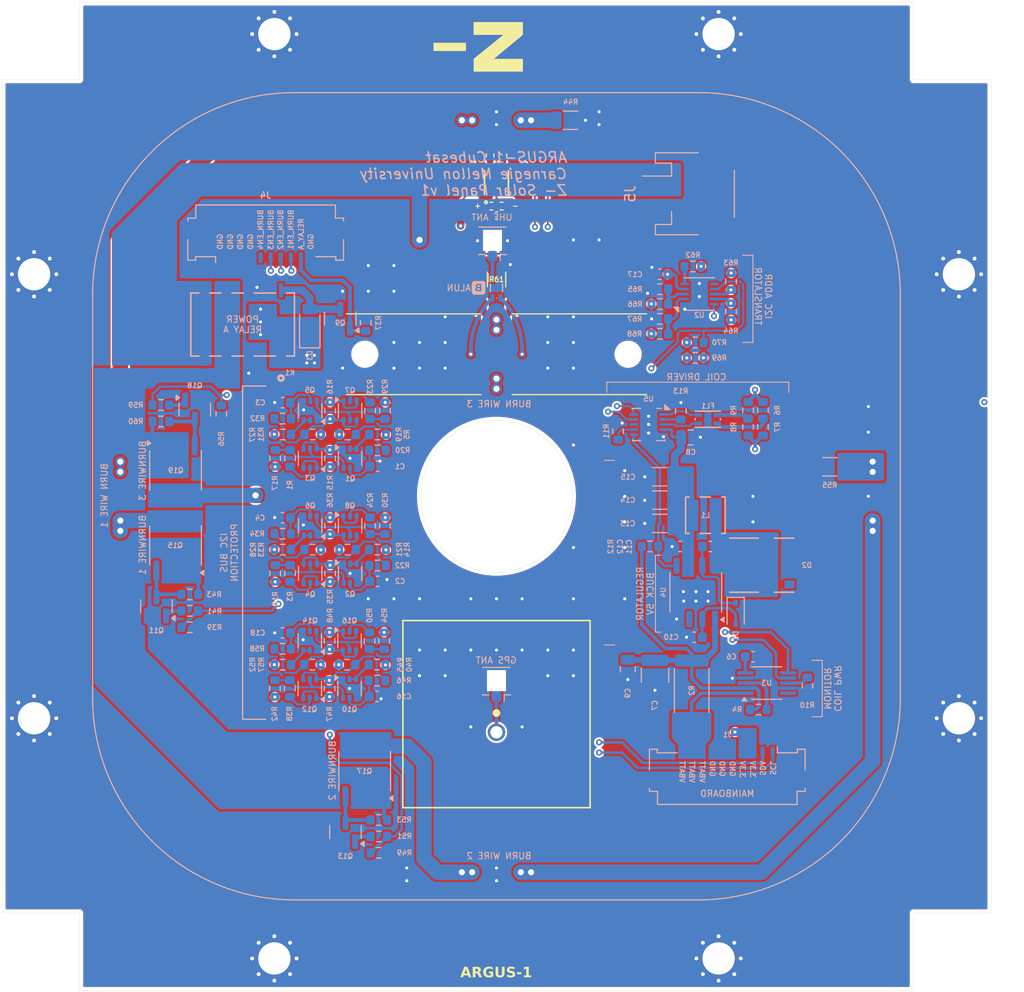
<source format=kicad_pcb>
(kicad_pcb (version 20240108) (generator "pcbnew") (generator_version "8.0")
  (layers (0 "F.Cu" signal) (1 "In1.Cu" signal) (2 "In2.Cu" signal) (31 "B.Cu" signal) (34 "B.Paste" user) (35 "F.Paste" user) (36 "B.SilkS" user "B.Silkscreen") (37 "F.SilkS" user "F.Silkscreen") (38 "B.Mask" user) (39 "F.Mask" user) (44 "Edge.Cuts" user))
  (net 0 "")
  (net 1 "Net-(AE1-Pad1)")
  (net 2 "Net-(AE2-Pad1)")
  (net 3 "Net-(AE3-A)")
  (net 4 "Net-(J2-In)")
  (net 5 "GND")
  (net 6 "Net-(Q1B-G1)")
  (net 7 "Net-(Q2B-G1)")
  (net 8 "Net-(Q5B-G1)")
  (net 9 "Net-(Q6B-G1)")
  (net 10 "3.3V")
  (net 11 "Net-(U3-TIMER)")
  (net 12 "VDRIVE")
  (net 13 "+5V")
  (net 14 "Net-(D1-A)")
  (net 15 "/I2C Devices/SW")
  (net 16 "Net-(D1-K)")
  (net 17 "Net-(Q10B-G1)")
  (net 18 "Net-(Q14B-G1)")
  (net 19 "VBATT")
  (net 20 "Net-(D3-A)")
  (net 21 "COIL_P")
  (net 22 "Net-(U5-OUT2)")
  (net 23 "Net-(U5-OUT1)")
  (net 24 "COIL_N")
  (net 25 "SCL")
  (net 26 "SDA")
  (net 27 "BURN_EN1")
  (net 28 "BURN_EN3")
  (net 29 "BURN_EN2")
  (net 30 "BURN_RELAY_A")
  (net 31 "/Burn Wires/VBURN1")
  (net 32 "Net-(JP1-Pad2)")
  (net 33 "Net-(JP2-Pad2)")
  (net 34 "Net-(JP3-Pad2)")
  (net 35 "Net-(JP4-Pad2)")
  (net 36 "Net-(JP5-Pad2)")
  (net 37 "/Burn Wires/VBURN_A_IN")
  (net 38 "Net-(Q1A-G2)")
  (net 39 "Net-(Q1A-D1)")
  (net 40 "Net-(Q2A-D1)")
  (net 41 "Net-(Q2A-G2)")
  (net 42 "SCL_LS")
  (net 43 "Net-(Q3A-B1)")
  (net 44 "SCL_M")
  (net 45 "Net-(Q4A-B1)")
  (net 46 "Net-(Q5A-G2)")
  (net 47 "Net-(Q5A-D1)")
  (net 48 "Net-(Q6A-G2)")
  (net 49 "Net-(Q6A-D1)")
  (net 50 "Net-(Q7A-B1)")
  (net 51 "SDA_LS")
  (net 52 "Net-(Q8A-B1)")
  (net 53 "SDA_M")
  (net 54 "Net-(Q10A-G2)")
  (net 55 "Net-(Q10A-D1)")
  (net 56 "Net-(Q11-D)")
  (net 57 "Net-(Q11-G)")
  (net 58 "Net-(Q12A-B1)")
  (net 59 "SCL_CPWR")
  (net 60 "Net-(Q13-G)")
  (net 61 "Net-(Q13-D)")
  (net 62 "Net-(Q14A-G2)")
  (net 63 "Net-(Q14A-D1)")
  (net 64 "SDA_CPWR")
  (net 65 "Net-(Q16A-B1)")
  (net 66 "Net-(Q18-D)")
  (net 67 "Net-(Q18-G)")
  (net 68 "Net-(U3-ON)")
  (net 69 "/coil")
  (net 70 "Net-(U3-A0)")
  (net 71 "Net-(U5-A0)")
  (net 72 "M_FAULT")
  (net 73 "Net-(U5-ISENSE)")
  (net 78 "/Burn Wires/VBURN2")
  (net 79 "/Burn Wires/VBURN3")
  (net 80 "Net-(U2-ENABLE)")
  (net 81 "/I2C Devices/SDAOUT")
  (net 82 "/I2C Devices/SCLOUT")
  (net 84 "Net-(U2-XORH)")
  (net 85 "Net-(U2-XORL)")
  (net 86 "BURN_EN4")
  (net 87 "/I2C Devices/ADDR")
  (net 88 "VBATT_SENSE")
  (footprint "Resistor_SMD:R_0402_1005Metric" (layer "F.Cu") (at 150.495 65.278 90)
    (property "Reference" "R72" (hide yes))
    (property "Value" "0R")
  )
  (footprint "SolarPanels:MountingHole_3.2mm_M3_DIN965_Pad_TopBottom" (layer "F.Cu") (at 104.06 77.06 90)
    (property "Reference" "H2" (hide yes))
    (property "Value" "MountingHole_Pad")
  )
  (footprint "SolarPanels:Antenna Mount" (layer "F.Cu") (at 147.3196 84.985 180)
    (property "Reference" "AE2" (hide yes))
    (property "Value" "MountingHole_Pad")
  )
  (footprint "SolarPanels:ANT_CGGBP.18.4.A.02_TAL" (layer "F.Cu") (at 149.8596 120.541599)
    (property "Reference" "AE3" (hide yes))
    (property "Value" "CGGBP.18.4.A.02")
  )
  (footprint "Resistor_SMD:R_0402_1005Metric" (layer "F.Cu") (at 150.3676 70.3072 180)
    (property "Reference" "R26" (hide yes))
    (property "Value" "0R")
  )
  (footprint "custom-footprints:ypanel" (layer "F.Cu") (at 149.3774 54.2798)
    (property "Reference" "Ref**" (hide yes))
    (property "Value" "Val**" (hide yes))
  )
  (footprint "SolarPanels:Burn-Wire" (layer "F.Cu") (at 149.8596 84.985 180)
    (property "Reference" "JP3" (hide yes))
    (property "Value" "BurnWire")
  )
  (footprint "Capacitor_SMD:C_0402_1005Metric" (layer "F.Cu") (at 149.8596 71.247)
    (property "Reference" "C5" (hide yes))
    (property "Value" "0.1uF")
  )
  (footprint "SolarPanels:Burn-Wire" (layer "F.Cu") (at 149.8596 61.80242 90)
    (property "Reference" "JP4" (hide yes))
    (property "Value" "BurnWire")
  )
  (footprint "SolarPanels:MountingHole_3.2mm_M3_DIN965_Pad_TopBottom" (layer "F.Cu") (at 127.86 144.86 90)
    (property "Reference" "H8" (hide yes))
    (property "Value" "MountingHole_Pad")
  )
  (footprint "SolarPanels:MountingHole_3.2mm_M3_DIN965_Pad_TopBottom" (layer "F.Cu") (at 195.66 77.06 90)
    (property "Reference" "H5" (hide yes))
    (property "Value" "MountingHole_Pad")
  )
  (footprint "SolarPanels:MountingHole_3.2mm_M3_DIN965_Pad_TopBottom" (layer "F.Cu") (at 171.86 144.86 90)
    (property "Reference" "H7" (hide yes))
    (property "Value" "MountingHole_Pad")
  )
  (footprint "Resistor_SMD:R_0402_1005Metric" (layer "F.Cu") (at 149.225 65.278 -90)
    (property "Reference" "R71" (hide yes))
    (property "Value" "0R")
  )
  (footprint "SolarPanels:Antenna Mount" (layer "F.Cu") (at 152.399599 84.985)
    (property "Reference" "AE1" (hide yes))
    (property "Value" "MountingHole_Pad")
  )
  (footprint "Resistor_SMD:R_1206_3216Metric" (layer "F.Cu") (at 149.8634 77.5716 -90)
    (property "Reference" "R61")
    (property "Value" "1R")
  )
  (footprint "SolarPanels:MountingHole_3.2mm_M3_DIN965_Pad_TopBottom" (layer "F.Cu") (at 171.86 53.26 90)
    (property "Reference" "H4" (hide yes))
    (property "Value" "MountingHole_Pad")
  )
  (footprint "SolarPanels:MountingHole_3.2mm_M3_DIN965_Pad_TopBottom" (layer "F.Cu") (at 127.86 53.26 90)
    (property "Reference" "H3" (hide yes))
    (property "Value" "MountingHole_Pad")
  )
  (footprint "Resistor_SMD:R_0402_1005Metric" (layer "F.Cu") (at 149.3516 70.3072 180)
    (property "Reference" "R25" (hide yes))
    (property "Value" "0R")
  )
  (footprint "SolarPanels:Burn-Wire" (layer "F.Cu") (at 112.60288 99.05914 180)
    (property "Reference" "JP1" (hide yes))
    (property "Value" "BurnWire")
  )
  (footprint "SolarPanels:MountingHole_3.2mm_M3_DIN965_Pad_TopBottom" (layer "F.Cu") (at 104.06 121.06 90)
    (property "Reference" "H1" (hide yes))
    (property "Value" "MountingHole_Pad")
  )
  (footprint "SolarPanels:MountingHole_3.2mm_M3_DIN965_Pad_TopBottom" (layer "F.Cu") (at 195.66 121.06 90)
    (property "Reference" "H6" (hide yes))
    (property "Value" "MountingHole_Pad")
  )
  (footprint "SolarPanels:OPT4003" (layer "F.Cu") (at 149.8596 67.9704 90)
    (property "Reference" "U1" (hide yes))
    (property "Value" "OPT4003DNPRQ1")
  )
  (footprint "Resistor_SMD:R_0603_1608Metric" (layer "B.Cu") (at 135.106 92.9386)
    (property "Reference" "R19")
    (property "Value" "10K")
  )
  (footprint "Resistor_SMD:R_0603_1608Metric" (layer "B.Cu") (at 138.0778 104.343199 180)
    (property "Reference" "R14")
    (property "Value" "100K")
  )
  (footprint "Resistor_SMD:R_0603_1608Metric" (layer "B.Cu") (at 127.9144 118.11 90)
    (property "Reference" "R42")
    (property "Value" "10K")
  )
  (footprint "Resistor_SMD:R_0603_1608Metric" (layer "B.Cu") (at 174.777399 90.538801 -90)
    (property "Reference" "R9")
    (property "Value" "0R")
  )
  (footprint "Connector_Coaxial:U.FL_Hirose_U.FL-R-SMT-1_Vertical" (layer "B.Cu") (at 149.86 117.856 90)
    (property "Reference" "J3" (hide yes))
    (property "Value" "U.FL")
  )
  (footprint "Connector_FFC-FPC:Molex_200528-0100_1x10-1MP_P1.00mm_Horizontal" (layer "B.Cu") (at 126.99578 74.4982)
    (property "Reference" "J4")
    (property "Value" "200528-0100")
  )
  (footprint "Package_TO_SOT_SMD:SOT-363_SC-70-6" (layer "B.Cu") (at 135.360001 95.300801 -90)
    (property "Reference" "Q1")
    (property "Value" "NX3008NBKS")
  )
  (footprint "Connector_Coaxial:U.FL_Hirose_U.FL-R-SMT-1_Vertical" (layer "B.Cu") (at 149.4596 74.2188 90)
    (property "Reference" "J2" (hide yes))
    (property "Value" "U.FL")
  )
  (footprint "Capacitor_SMD:C_0603_1608Metric" (layer "B.Cu") (at 128.6764 112.598201 180)
    (property "Reference" "C18")
    (property "Value" "10nF")
  )
  (footprint "Resistor_SMD:R_0603_1608Metric" (layer "B.Cu") (at 138.0778 105.918 180)
    (property "Reference" "R22")
    (property "Value" "200K")
  )
  (footprint "Resistor_SMD:R_0603_1608Metric" (layer "B.Cu") (at 166.0398 78.536799)
    (property "Reference" "R65")
    (property "Value" "?")
  )
  (footprint "Capacitor_SMD:C_0603_1608Metric" (layer "B.Cu") (at 138.023599 118.897401)
    (property "Reference" "C16")
    (property "Value" "10nF")
  )
  (footprint "Package_TO_SOT_SMD:SOT-363_SC-70-6" (layer "B.Cu") (at 131.4103 101.980999 90)
    (property "Reference" "Q6")
    (property "Value" "NX3008NBKS")
  )
  (footprint "Resistor_SMD:R_0603_1608Metric" (layer "B.Cu") (at 138.8144 101.980999 -90)
    (property "Reference" "R30")
    (property "Value" "10K")
  )
  (footprint "Package_TO_SOT_SMD:SOT-363_SC-70-6" (layer "B.Cu") (at 135.36 101.981 -90)
    (property "Reference" "Q8")
    (property "Value" "MBT2222ADW1T1")
  )
  (footprint "Resistor_SMD:R_0603_1608Metric" (layer "B.Cu") (at 135.0518 115.747801)
    (property "Reference" "R45")
    (property "Value" "10K")
  )
  (footprint "Diode_SMD:D_PowerDI-123" (layer "B.Cu") (at 131.3688 82.042 90)
    (property "Reference" "D3")
    (property "Value" "DFLS130L")
  )
  (footprint "Resistor_SMD:R_0603_1608Metric" (layer "B.Cu") (at 166.0398 80.01 180)
    (property "Reference" "R66")
    (property "Value" "?")
  )
  (footprint "Resistor_SMD:R_1206_3216Metric" (layer "B.Cu") (at 182.8687 96.139)
    (property "Reference" "R55")
    (property "Value" "1R")
  )
  (footprint "Package_SO:SOIC-8_3.9x4.9mm_P1.27mm" (layer "B.Cu") (at 118.0738 96.4946 -90)
    (property "Reference" "Q19")
    (property "Value" "IRF7404")
  )
  (footprint "Resistor_SMD:R_0603_1608Metric" (layer "B.Cu") (at 133.3788 106.705399 -90)
    (property "Reference" "R35")
    (property "Value" "DNI (0R)")
  )
  (footprint "Resistor_SMD:R_0603_1608Metric" (layer "B.Cu") (at 138.077801 92.9386 180)
    (property "Reference" "R5")
    (property "Value" "100K")
  )
  (footprint "Resistor_SMD:R_0603_1608Metric" (layer "B.Cu") (at 129.3876 118.11 90)
    (property "Reference" "R38")
    (property "Value" "680R")
  )
  (footprint "Resistor_SMD:R_0603_1608Metric" (layer "B.Cu") (at 138.7348 113.3856 -90)
    (property "Reference" "R54")
    (property "Value" "10K")
  )
  (footprint "Resistor_SMD:R_0603_1608Metric" (layer "B.Cu") (at 133.378801 95.300801 -90)
    (property "Reference" "R15")
    (property "Value" "DNI (0R)")
  )
  (footprint "Resistor_SMD:R_0603_1608Metric" (layer "B.Cu") (at 131.6516 104.343199 180)
    (property "Reference" "R33")
    (property "Value" "10K")
  )
  (footprint "Package_TO_SOT_SMD:SOT-363_SC-70-6" (layer "B.Cu") (at 131.410901 90.576401 90)
    (property "Reference" "Q5")
    (property "Value" "NX3008NBKS")
  )
  (footprint "Resistor_SMD:R_0603_1608Metric" (layer "B.Cu") (at 138.0236 117.322599 180)
    (property "Reference" "R46")
    (property "Value" "200K")
  )
  (footprint "SolarPanels:ATB2012" (layer "B.Cu") (at 149.8596 78.4098 -90)
    (property "Reference" "BA1" (hide yes))
    (property "Value" "DXW21HN5011BL")
  )
  (footprint "Resistor_SMD:R_0603_1608Metric" (layer "B.Cu") (at 116.626001 90.0176 180)
    (property "Reference" "R59")
    (property "Value" "4.7K")
  )
  (footprint "Resistor_SMD:R_0603_1608Metric" (layer "B.Cu") (at 138.201402 131.1402)
    (property "Reference" "R53")
    (property "Value" "100K")
  )
  (footprint "Resistor_SMD:R_0603_1608Metric" (layer "B.Cu") (at 128.6798 104.343199)
    (property "Reference" "R28")
    (property "Value" "100K")
  )
  (footprint "Resistor_SMD:R_0603_1608Metric" (layer "B.Cu") (at 129.416401 95.300801 90)
    (property "Reference" "R1")
    (property "Value" "680R")
  )
  (footprint "Resistor_SMD:R_0603_1608Metric" (layer "B.Cu") (at 128.6798 102.7684)
    (property "Reference" "R34")
    (property "Value" "200K")
  )
  (footprint "Capacitor_SMD:C_0603_1608Metric" (layer "B.Cu") (at 138.0778 107.492798)
    (property "Reference" "C2")
    (property "Value" "10nF")
  )
  (footprint "Package_SON:VSON-10-1EP_3x3mm_P0.5mm_EP1.65x2.4mm" (layer "B.Cu") (at 164.928298 91.9486 180)
    (property "Reference" "U5")
    (property "Value" "DRV8830DRC")
  )
  (footprint "Resistor_SMD:R_0603_1608Metric" (layer "B.Cu") (at 133.3788 101.981 90)
    (property "Reference" "R36")
    (property "Value" "DNI (0R)")
  )
  (footprint "Resistor_SMD:R_0603_1608Metric" (layer "B.Cu") (at 119.479599 108.7882)
    (property "Reference" "R43")
    (property "Value" "100K")
  )
  (footprint "Diode_SMD:D_SOD-323" (layer "B.Cu") (at 173.548598 110.69144 -90)
    (property "Reference" "D1")
    (property "Value" "BAS16HT1G")
  )
  (footprint "Package_SO:SOIC-8_3.9x4.9mm_P1.27mm" (layer "B.Cu") (at 118.0704 103.9368 90)
    (property "Reference" "Q15")
    (property "Value" "IRF7404")
  )
  (footprint "Resistor_SMD:R_2512_6332Metric" (layer "B.Cu") (at 169.1928 118.3132 -90)
    (property "Reference" "R2")
    (property "Value" "?R")
  )
  (footprint "Resistor_SMD:R_0603_1608Metric" (layer "B.Cu") (at 128.6764 114.172999)
    (property "Reference" "R58")
    (property "Value" "200K")
  )
  (footprint "Resistor_SMD:R_0603_1608Metric" (layer "B.Cu") (at 131.6228 115.747801 180)
    (property "Reference" "R57")
    (property "Value" "10K")
  )
  (footprint "Resistor_SMD:R_0603_1608Metric" (layer "B.Cu") (at 138.201399 132.765801)
    (property "Reference" "R51")
    (property "Value" "4.7K")
  )
  (footprint "Resistor_SMD:R_0603_1608Metric" (layer "B.Cu") (at 138.0236 115.747801 180)
    (property "Reference" "R40")
    (property "Value" "100K")
  )
  (footprint "Package_TO_SOT_SMD:SOT-23" (layer "B.Cu") (at 134.391399 81.457801 90)
    (property "Reference" "Q9")
    (property "Value" "MMBT2222AT")
  )
  (footprint "Resistor_SMD:R_0603_1608Metric" (layer "B.Cu") (at 138.814401 90.576401 -90)
    (property "Reference" "R29")
    (property "Value" "10K")
  )
  (footprint "Resistor_SMD:R_0603_1608Metric" (layer "B.Cu") (at 169.545 83.82 180)
    (property "Reference" "R70")
    (property "Value" "0R (DNI)")
  )
  (footprint "SolarPanels:RELAY8_SMTGUL_TEC" (layer "B.Cu") (at 124.714 82.042 90)
    (property "Reference" "K1")
    (property "Value" "IM02DGR")
  )
  (footprint "Resistor_SMD:R_0603_1608Metric" (layer "B.Cu") (at 174.777399 92.189801 -90)
    (property "Reference" "R8")
    (property "Value" "0R")
  )
  (footprint "Resistor_SMD:R_0603_1608Metric" (layer "B.Cu") (at 173.089961 80.760856 -90)
    (property "Reference" "R64")
    (property "Value" "10K")
  )
  (footprint "Capacitor_SMD:C_0603_1608Metric" (layer "B.Cu") (at 168.0492 104.036639)
    (property "Reference" "C12")
    (property "Value" "0.1uF")
  )
  (footprint "Package_TO_SOT_SMD:SOT-23" (layer "B.Cu") (at 119.9788 90.451699 -90)
    (property "Reference" "Q18")
    (property "Value" "IRLML2803")
  )
  (footprint "Resistor_SMD:R_0603_1608Metric" (layer "B.Cu") (at 166.0398 81.4832)
    (property "Reference" "R67")
    (property "Value" "?")
  )
  (footprint "Package_TO_SOT_SMD:SOT-363_SC-70-6" (layer "B.Cu") (at 131.3688 113.3856 90)
    (property "Reference" "Q14")
    (property "Value" "NX3008NBKS")
  )
  (footprint "Capacitor_SMD:C_0805_2012Metric" (layer "B.Cu") (at 169.087799 93.231201)
    (property "Reference" "C8")
    (property "Value" "0.1uF")
  )
  (footprint "Resistor_SMD:R_0603_1608Metric" (layer "B.Cu") (at 161.899599 92.621601 -90)
    (property "Reference" "R11")
    (property "Value" "0R")
  )
  (footprint "Package_TO_SOT_SMD:SOT-23" (layer "B.Cu") (at 134.8994 132.3317 90)
    (property "Reference" "Q13")
    (property "Value" "IRLML2803")
  )
  (footprint "Resistor_SMD:R_0603_1608Metric" (layer "B.Cu") (at 128.676399 115.747801)
    (property "Reference" "R52")
    (property "Value" "100K")
  )
  (footprint "Resistor_SMD:R_0603_1608Metric" (layer "B.Cu") (at 173.089961 77.776856 90)
    (property "Reference" "R63")
    (property "Value" "10K")
  )
  (footprint "Package_TO_SOT_SMD:SOT-363_SC-70-6" (layer "B.Cu") (at 135.3058 118.11 -90)
    (property "Reference" "Q10")
    (property "Value" "NX3008NBKS")
  )
  (footprint "Resistor_SMD:R_0603_1608Metric" (layer "B.Cu") (at 135.106 104.343199)
    (property "Reference" "R21")
    (property "Value" "10K")
  )
  (footprint "Resistor_SMD:R_0603_1608Metric" (layer "B.Cu") (at 129.4164 106.705399 90)
    (property "Reference" "R3")
    (property "Value" "680R")
  )
  (footprint "Resistor_SMD:R_0603_1608Metric" (layer "B.Cu") (at 119.479599 112.039402)
    (property "Reference" "R39")
    (property "Value" "10K")
  )
  (footprint "Package_SO:SOIC-8-1EP_3.9x4.9mm_P1.27mm_EP2.514x3.2mm" (layer "B.Cu") (at 169.599 108.588238 90)
    (property "Reference" "U4")
    (property "Value" "NCV891330PD50R2G")
  )
  (footprint "Resistor_SMD:R_0603_1608Metric" (layer "B.Cu") (at 180.66046 117.830602 90)
    (property "Reference" "R10")
    (property "Value" "0R")
  )
  (footprint "Resistor_SMD:R_0603_1608Metric" (layer "B.Cu") (at 166.0398 82.956401 180)
    (property "Reference" "R68")
    (property "Value" "?")
  )
  (footprint "Capacitor_SMD:C_1206_3216Metric" (layer "B.Cu") (at 166.0302 101.750638)
    (property "Reference" "C13")
    (property "Value" "10uF")
  )
  (footprint "Resistor_SMD:R_0603_1608Metric" (layer "B.Cu") (at 138.077801 94.513402 180)
    (property "Reference" "R20")
    (property "Value" "200K")
  )
  (footprint "Resistor_SMD:R_0603_1608Metric" (layer "B.Cu") (at 133.378802 90.576402 90)
    (property "Reference" "R16")
    (property "Value" "DNI (0R)")
  )
  (footprint "Resistor_SMD:R_0603_1608Metric" (layer "B.Cu") (at 165.065 104.036639 180)
    (property "Reference" "R12")
    (property "Value" "10K")
  )
  (footprint "Capacitor_SMD:C_1210_3225Metric" (layer "B.Cu") (at 165.5606 116.796004 90)
    (property "Reference" "C7")
    (property "Value" "4.7uF")
  )
  (footprint "SolarPanels:Burn-Wire" (layer "B.Cu") (at 149.86086 136.316721 -90)
    (property "Reference" "JP2" (hide yes))
    (property "Value" "BurnWire")
  )
  (footprint "Capacitor_SMD:C_1206_3216Metric" (layer "B.Cu") (at 166.0302 97.127839)
    (property "Reference" "C15")
    (property "Value" "10uF")
  )
  (footprint "Capacitor_SMD:C_0603_1608Metric" (layer "B.Cu") (at 175.26326 114.960401 180)
    (property "Reference" "C6")
    (property "Value" "3.3nF")
  )
  (footprint "SolarPanels:NRVB440MFSWFT1G" (layer "B.Cu") (at 176.1351 105.890838 180)
    (property "Reference" "D2")
    (property "Value" "NRVB440MFS")
  )
  (footprint "Resistor_SMD:R_0603_1608Metric" (layer "B.Cu") (at 131.651601 92.9386 180)
    (property "Reference" "R31")
    (property "Value" "10K")
  )
  (footprint "Capacitor_SMD:C_0603_1608Metric" (layer "B.Cu") (at 128.679801 89.789001 180)
    (property "Reference" "C3")
    (property "Value" "10nF")
  )
  (footprint "Resistor_SMD:R_0603_1608Metric" (layer "B.Cu") (at 138.2014 134.391398)
    (property "Reference" "R49")
    (property "Value" "10K")
  )
  (footprint "Resistor_SMD:R_0603_1608Metric" (layer "B.Cu") (at 136.906 81.8642 90)
    (property "Reference" "R37")
    (property "Value" "10K")
  )
  (footprint "Resistor_SMD:R_0603_1608Metric" (layer "B.Cu") (at 127.943201 106.705399 90)
    (property "Reference" "R18")
    (property "Value" "10K")
  )
  (footprint "Package_TO_SOT_SMD:SOT-363_SC-70-6" (layer "B.Cu") (at 131.3688 118.11 90)
    (property "Reference" "Q12")
    (property "Value" "MBT2222ADW1T1")
  )
  (footprint "Resistor_SMD:R_0603_1608Metric" (layer "B.Cu") (at 137.287 113.3856 -90)
    (property "Reference" "R50")
    (property "Value" "680R")
  )
  (footprint "Resistor_SMD:R_0603_1608Metric" (layer "B.Cu") (at 176.250599 92.202001 90)
    (property "Reference" "R7")
    (property "Value" "0R")
  )
  (footprint "Resistor_SMD:R_0603_1608Metric" (layer "B.Cu") (at 128.679801 92.9386)
    (property "Reference" "R27")
    (property "Value" "100K")
  )
  (footprint "Resistor_SMD:R_0603_1608Metric" (layer "B.Cu") (at 168.1226 90.615 -90)
    (property "Reference" "R13")
    (property "Value" "0R")
  )
  (footprint "Resistor_SMD:R_0603_1608Metric" (layer "B.Cu") (at 169.545 85.344 180)
    (property "Reference" "R69")
    (property "Value" "0R (DNI)")
  )
  (footprint "Package_TO_SOT_SMD:SOT-363_SC-70-6" (layer "B.Cu") (at 135.36 106.705399 -90)
    (property "Reference" "Q2")
    (property "Value" "NX3008NBKS")
  )
  (footprint "Capacitor_SMD:C_0603_1608Metric" (layer "B.Cu") (at 138.077801 96.0882)
    (property "Reference" "C1")
    (property "Value" "10nF")
  )
  (footprint "Resistor_SMD:R_0603_1608Metric" (layer "B.Cu") (at 127.943202 95.300801 90)
    (property "Reference" "R17")
    (property "Value" "10K")
  )
  (footprint "Resistor_SMD:R_0603_1608Metric" (layer "B.Cu") (at 137.3412 101.981 -90)
    (property "Reference" "R24")
    (property "Value" "680R")
  )
  (footprint "Resistor_SMD:R_0603_1608Metric" (layer "B.Cu") (at 122.6058 90.8812 -90)
    (property "Reference" "R56")
    (property "Value" "10K")
  )
  (footprint "Capacitor_SMD:C_0603_1608Metric" (layer "B.Cu") (at 169.459201 113.028239)
    (property "Reference" "C10")
    (property "Value" "0.1uF")
  )
  (footprint "Resistor_SMD:R_0603_1608Metric" (layer "B.Cu") (at 137.3412 90.576401 -90)
    (property "Reference" "R23")
    (property "Value" "680R")
  )
  (footprint "Resistor_SMD:R_0603_1608Metric" (layer "B.Cu") (at 133.3246 118.11 -90)
    (property "Reference" "R47")
    (property "Value" "DNI (0R)")
  )
  (footprint "Capacitor_SMD:C_0603_1608Metric" (layer "B.Cu") (at 171.033999 104.036639)
    (property "Reference" "C11")
    (property "Value" "0.1uF")
  )
  (footprint "SolarPanels:SRF2012" (layer "B.Cu") (at 170.789598 91.427801)
    (property "Reference" "FL1")
    (property "Value" "SRF2012")
  )
  (footprint "Resistor_SMD:R_0603_1608Metric" (layer "B.Cu") (at 175.79686 120.192801)
    (property "Reference" "R4")
    (property "Value" "1K")
  )
  (footprint "Resistor_SMD:R_0603_1608Metric" (layer "B.Cu") (at 133.3246 113.3856 90)
    (property "Reference" "R48")
    (property "Value" "DNI (0R)")
  )
  (footprint "Resistor_SMD:R_0603_1608Metric" (layer "B.Cu") (at 169.312801 76.290801)
    (property "Reference" "R62")
    (property "Value" "10K")
  )
  (footprint "Capacitor_SMD:C_0603_1608Metric" (layer "B.Cu") (at 166.0398 77.0636 180)
    (property "Reference" "C17")
    (property "Value" "0.1uF")
  )
  (footprint "Resistor_SMD:R_0603_1608Metric" (layer "B.Cu") (at 176.250599 90.538801 90)
    (property "Reference" "R6")
    (property "Value" "0R")
  )
  (footprint "Package_TO_SOT_SMD:SOT-363_SC-70-6" (layer "B.Cu") (at 135.3058 113.3856 -90)
    (property "Reference" "Q16")
    (property "Value" "MBT2222ADW1T1")
  )
  (footprint "SolarPanels:XGL3520" (layer "B.Cu") (at 170.5514 100.937839 180)
    (property "Reference" "L1")
    (property "Value" "XGL3520-222")
  )
  (footprint "LOGO" (layer "B.Cu") (at 148.082 78.4098 180)
    (property "Reference" "G***" (hide yes))
    (property "Value" "LOGO" (hide yes))
  )
  (footprint "Package_SO:MSOP-10_3x3mm_P0.5mm" (layer "B.Cu") (at 176.62186 117.567201)
    (property "Reference" "U3")
    (property "Value" "ADM1176-1ARMZ-R7")
  )
  (footprint "Connector_FFC-FPC:Molex_200528-0100_1x10-1MP_P1.00mm_Horizontal" (layer "B.Cu") (at 172.72 125.2982 180)
    (property "Reference" "J1")
    (property "Value" "200528-0100")
  )
  (footprint "Package_TO_SOT_SMD:SOT-23" (layer "B.Cu") (at 116.179499 109.979701 90)
    (property "Reference" "Q11")
    (property "Value" "IRLML2803")
  )
  (footprint "Capacitor_SMD:C_0603_1608Metric" (layer "B.Cu") (at 128.6798 101.193599 180)
    (property "Reference" "C4")
    (property "Value" "10nF")
  )
  (footprint "SolarPanels:Burn-Wire" (layer "B.Cu") (at 187.11758 99.06)
    (property "Reference" "JP5" (hide yes))
    (property "Value" "BurnWire")
  )
  (footprint "Package_SO:SOIC-8_3.9x4.9mm_P1.27mm" (layer "B.Cu") (at 136.8044 126.2888 90)
    (property "Reference" "Q17")
    (property "Value" "IRF7404")
  )
  (footprint "Capacitor_SMD:C_1206_3216Metric" (layer "B.Cu") (at 166.030201 99.43924)
    (property "Reference" "C14")
    (property "Value" "10uF")
  )
  (footprint "Package_TO_SOT_SMD:SOT-363_SC-70-6" (layer "B.Cu") (at 135.360001 90.576401 -90)
    (property "Reference" "Q7")
    (property "Value" "MBT2222ADW1T1")
  )
  (footprint "Connector_JST:JST_PH_S2B-PH-SM4-TB_1x02-1MP_P2.00mm_Horizontal" (layer "B.Cu") (at 168.91 69.088 -90)
    (property "Reference" "J5")
    (property "Value" "Conn_01x02")
  )
  (footprint "Capacitor_SMD:C_0805_2012Metric" (layer "B.Cu") (at 162.8682 116.205 90)
    (property "Reference" "C9")
    (property "Value" "1uF")
  )
  (footprint "Resistor_SMD:R_1206_3216Metric" (layer "B.Cu") (at 157.204 61.7982 180)
    (property "Reference" "R44")
    (property "Value" "1R")
  )
  (footprint "Resistor_SMD:R_0603_1608Metric" (layer "B.Cu") (at 119.4796 110.4138)
    (property "Reference" "R41")
    (property "Value" "4.7K")
  )
  (footprint "Package_DFN_QFN:DFN-10-1EP_3x3mm_P0.5mm_EP1.65x2.38mm" (layer "B.Cu") (at 169.9514 79.0194)
    (property "Reference" "U2")
    (property "Value" "LTC4316xDD")
  )
  (footprint "Package_TO_SOT_SMD:SOT-363_SC-70-6" (layer "B.Cu") (at 131.410301 106.705399 90)
    (property "Reference" "Q4")
    (property "Value" "MBT2222ADW1T1")
  )
  (footprint "Resistor_SMD:R_0603_1608Metric" (layer "B.Cu") (at 128.679801 91.363802)
    (property "Reference" "R32")
    (property "Value" "200K")
  )
  (footprint "Package_TO_SOT_SMD:SOT-363_SC-70-6" (layer "B.Cu") (at 131.397601 95.300801 90)
    (property "Reference" "Q3")
    (property "Value" "MBT2222ADW1T1")
  )
  (footprint "Resistor_SMD:R_0603_1608Metric" (layer "B.Cu") (at 116.626 91.6432 180)
    (property "Reference" "R60")
    (property "Value" "100K")
  )
  (gr_line (start 147.557185 77.895821) (end 147.510018 77.963925) (stroke (width 0.1)) (layer "B.SilkS"))
  (gr_line (start 175.26 75.184) (end 175.26 83.82) (stroke (width 0.1)) (layer "B.SilkS"))
  (gr_line (start 175.26 75.184) (end 174.244 75.184) (stroke (width 0.1)) (layer "B.SilkS"))
  (gr_line (start 147.687454 77.834066) (end 147.548109 77.878118) (stroke (width 0.1)) (layer "B.SilkS"))
  (gr_line (start 165.608 112.522) (end 166.116 112.522) (stroke (width 0.1)) (layer "B.SilkS"))
  (gr_line (start 147.521819 77.941536) (end 147.49113 78.024866) (stroke (width 0.1)) (layer "B.SilkS"))
  (gr_arc (start 189.856538 119.059599) (mid 183.998683 133.201743) (end 169.856539 139.059599) (stroke (width 0.1)) (layer "B.SilkS"))
  (gr_line (start 165.608 104.902) (end 165.608 112.522) (stroke (width 0.1)) (layer "B.SilkS"))
  (gr_line (start 169.859599 59.056601) (end 129.8596 59.0566) (stroke (width 0.1)) (layer "B.SilkS"))
  (gr_line (start 148.557316 77.852693) (end 148.420889 77.824774) (stroke (width 0.1)) (layer "B.SilkS"))
  (gr_arc (start 109.8596 79.0566) (mid 115.71745 64.91445) (end 129.8596 59.0566) (stroke (width 0.1)) (layer "B.SilkS"))
  (gr_arc (start 169.856539 59.0596) (mid 183.99865 64.917479) (end 189.856539 79.059601) (stroke (width 0.1)) (layer "B.SilkS"))
  (gr_line (start 189.859599 119.056599) (end 189.859599 79.056601) (stroke (width 0.1)) (layer "B.SilkS"))
  (gr_arc (start 189.859599 119.056599) (mid 184.001735 133.198735) (end 169.8596 139.056599) (stroke (width 0.1)) (layer "B.SilkS"))
  (gr_line (start 175.26 83.82) (end 174.244 83.82) (stroke (width 0.1)) (layer "B.SilkS"))
  (gr_line (start 127 121.158) (end 124.714 121.158) (stroke (width 0.127)) (layer "B.SilkS"))
  (gr_arc (start 169.859599 59.056601) (mid 184.001735 64.914465) (end 189.859599 79.056601) (stroke (width 0.1)) (layer "B.SilkS"))
  (gr_arc (start 109.856539 79.0596) (mid 115.714392 64.917452) (end 129.856539 59.0596) (stroke (width 0.1)) (layer "B.SilkS"))
  (gr_line (start 182.118 120.904) (end 181.102 120.904) (stroke (width 0.1)) (layer "B.SilkS"))
  (gr_line (start 148.665544 77.947185) (end 148.573439 77.861247) (stroke (width 0.1)) (layer "B.SilkS"))
  (gr_line (start 109.856539 79.0596) (end 109.856539 119.0596) (stroke (width 0.1)) (layer "B.SilkS"))
  (gr_line (start 124.714 88.138) (end 124.714 121.158) (stroke (width 0.127)) (layer "B.SilkS"))
  (gr_line (start 127 88.138) (end 124.714 88.138) (stroke (width 0.127)) (layer "B.SilkS"))
  (gr_line (start 178.816 87.757) (end 160.782 87.757) (stroke (width 0.1)) (layer "B.SilkS"))
  (gr_line (start 169.856539 59.0596) (end 129.856539 59.0596) (stroke (width 0.1)) (layer "B.SilkS"))
  (gr_line (start 189.856538 119.059599) (end 189.856539 79.059601) (stroke (width 0.1)) (layer "B.SilkS"))
  (gr_line (start 129.8596 139.056601) (end 169.8596 139.056599) (stroke (width 0.1)) (layer "B.SilkS"))
  (gr_line (start 160.528 113.792) (end 161.544 113.792) (stroke (width 0.1)) (layer "B.SilkS"))
  (gr_line (start 148.6662 78.105) (end 148.665544 77.947185) (stroke (width 0.1)) (layer "B.SilkS"))
  (gr_arc (start 129.856539 139.059599) (mid 115.714398 133.201738) (end 109.856539 119.0596) (stroke (width 0.1)) (layer "B.SilkS"))
  (gr_line (start 178.816 87.757) (end 178.816 88.773) (stroke (width 0.1)) (layer "B.SilkS"))
  (gr_line (start 165.608 104.902) (end 166.116 104.902) (stroke (width 0.1)) (layer "B.SilkS"))
  (gr_line (start 160.782 87.757) (end 160.782 88.773) (stroke (width 0.1)) (layer "B.SilkS"))
  (gr_arc (start 129.8596 139.056601) (mid 115.717464 133.198736) (end 109.859599 119.0566) (stroke (width 0.1)) (layer "B.SilkS"))
  (gr_line (start 182.118 115.316) (end 182.118 120.904) (stroke (width 0.1)) (layer "B.SilkS"))
  (gr_line (start 182.118 115.316) (end 181.102 115.316) (stroke (width 0.1)) (layer "B.SilkS"))
  (gr_line (start 129.856539 139.059599) (end 169.856539 139.059599) (stroke (width 0.1)) (layer "B.SilkS"))
  (gr_line (start 160.528 95.504) (end 161.544 95.504) (stroke (width 0.1)) (layer "B.SilkS"))
  (gr_line (start 109.8596 79.0566) (end 109.859599 119.0566) (stroke (width 0.1)) (layer "B.SilkS"))
  (gr_line (start 148.420889 77.824774) (end 147.689147 77.832373) (stroke (width 0.1)) (layer "B.SilkS"))
  (gr_line (start 198.86 140.36) (end 191.16 140.36) (stroke (width 0.0254)) (layer "Edge.Cuts"))
  (gr_line (start 100.86 57.76) (end 108.56 57.76) (stroke (width 0.0254)) (layer "Edge.Cuts"))
  (gr_line (start 100.86 140.36) (end 100.86 57.76) (stroke (width 0.0254)) (layer "Edge.Cuts"))
  (gr_circle (center 149.86 99.06) (end 149.86 91.56) (stroke (width 0.0254)) (fill none) (layer "Edge.Cuts"))
  (gr_line (start 108.56 140.36) (end 108.56 148.06) (stroke (width 0.0254)) (layer "Edge.Cuts"))
  (gr_line (start 191.16 140.36) (end 191.16 148.06) (stroke (width 0.0254)) (layer "Edge.Cuts"))
  (gr_line (start 191.16 148.06) (end 108.56 148.06) (stroke (width 0.0254)) (layer "Edge.Cuts"))
  (gr_line (start 191.16 57.76) (end 191.16 50.06) (stroke (width 0.0254)) (layer "Edge.Cuts"))
  (gr_line (start 108.56 57.76) (end 108.56 50.06) (stroke (width 0.0254)) (layer "Edge.Cuts"))
  (gr_line (start 198.86 57.76) (end 191.16 57.76) (stroke (width 0.0254)) (layer "Edge.Cuts"))
  (gr_line (start 100.86 140.36) (end 108.56 140.36) (stroke (width 0.0254)) (layer "Edge.Cuts"))
  (gr_line (start 198.86 57.76) (end 198.86 140.36) (stroke (width 0.0254)) (layer "Edge.Cuts"))
  (gr_line (start 108.56 50.06) (end 191.16 50.06) (stroke (width 0.0254)) (layer "Edge.Cuts"))
  (gr_text "UHF ANT" (at 149.4028 71.4248 0) (layer "B.SilkS") (effects (font (size 0.635 0.635) (thickness 0.1016)) (justify mirror)))
  (gr_text "GND" (at 131.470399 74.676 90) (layer "B.SilkS") (effects (font (size 0.508 0.508) (thickness 0.1016) (bold yes)) (justify right mirror)))
  (gr_text "BURN_EN4" (at 126.492 74.676 90) (layer "B.SilkS") (effects (font (size 0.508 0.508) (thickness 0.1016) (bold yes)) (justify right mirror)))
  (gr_text "BURN WIRE 3" (at 150.114 89.916 0) (layer "B.SilkS") (effects (font (size 0.635 0.635) (thickness 0.1016)) (justify mirror)))
  (gr_text "GND" (at 125.5014 74.676 90) (layer "B.SilkS") (effects (font (size 0.508 0.508) (thickness 0.1016) (bold yes)) (justify right mirror)))
  (gr_text "3.3V" (at 174.2186 125.222 -90) (layer "B.SilkS") (effects (font (size 0.508 0.508) (thickness 0.1016) (bold yes)) (justify right mirror)))
  (gr_text "REGULATOR\nBUCK 5V" (at 164.592 108.712 90) (layer "B.SilkS") (effects (font (size 0.635 0.635) (thickness 0.1016)) (justify mirror)))
  (gr_text "GND" (at 122.4788 74.676 90) (layer "B.SilkS") (effects (font (size 0.508 0.508) (thickness 0.1016) (bold yes)) (justify right mirror)))
  (gr_text "ARGUS-1 Cubesat\nCarnegie Mellon University\nZ- Solar Panel v1" (at 156.972 69.342 0) (layer "B.SilkS") (effects (font (size 1.016 1.016) (thickness 0.1524) (italic yes)) (justify left bottom mirror)))
  (gr_text "BURNWIRE 1" (at 114.808 103.886 90) (layer "B.SilkS") (effects (font (size 0.635 0.635) (thickness 0.1016)) (justify mirror)))
  (gr_text "BURNWIRE 2" (at 133.604 126.238 90) (layer "B.SilkS") (effects (font (size 0.635 0.635) (thickness 0.1016)) (justify mirror)))
  (gr_text "VBATT" (at 170.230801 125.222 -90) (layer "B.SilkS") (effects (font (size 0.508 0.508) (thickness 0.1016) (bold yes)) (justify right mirror)))
  (gr_text "I2C BUS\nPROTECTION" (at 123.3932 104.648 90) (layer "B.SilkS") (effects (font (size 0.635 0.635) (thickness 0.1016)) (justify mirror)))
  (gr_text "COIL DRIVER" (at 169.672 87.249 0) (layer "B.SilkS") (effects (font (size 0.635 0.635) (thickness 0.1016)) (justify mirror)))
  (gr_text "I2C ADDR\nTRANSLATOR" (at 176.276 79.248 270) (layer "B.SilkS") (effects (font (size 0.635 0.635) (thickness 0.1016)) (justify mirror)))
  (gr_text "POWER\nRELAY A" (at 124.714 82.042 0) (layer "B.SilkS") (effects (font (size 0.635 0.635) (thickness 0.1016)) (justify mirror)))
  (gr_text "BURN_EN2" (at 128.4732 74.676 90) (layer "B.SilkS") (effects (font (size 0.508 0.508) (thickness 0.1016) (bold yes)) (justify right mirror)))
  (gr_text "COIL PWR\nMONITOR" (at 183.134 118.11 270) (layer "B.SilkS") (effects (font (size 0.635 0.635) (thickness 0.1016)) (justify mirror)))
  (gr_text "SCL" (at 177.2412 125.222 -90) (layer "B.SilkS") (effects (font (size 0.508 0.508) (thickness 0.1016) (bold yes)) (justify right mirror)))
  (gr_text "BURN WIRE 1" (at 111.0234 99.0092 90) (layer "B.SilkS") (effects (font (size 0.635 0.635) (thickness 0.1016)) (justify mirror)))
  (gr_text "BURN_EN3" (at 127.508 74.676 90) (layer "B.SilkS") (effects (font (size 0.508 0.508) (thickness 0.1016) (bold yes)) (justify right mirror)))
  (gr_text "VBATT" (at 169.2148 125.222 -90) (layer "B.SilkS") (effects (font (size 0.508 0.508) (thickness 0.1016) (bold yes)) (justify right mirror)))
  (gr_text "RELAY_A" (at 130.5052 74.676 90) (layer "B.SilkS") (effects (font (size 0.508 0.508) (thickness 0.1016) (bold yes)) (justify right mirror)))
  (gr_text "BURN WIRE 2" (at 150.114 134.6962 0) (layer "B.SilkS") (effects (font (size 0.635 0.635) (thickness 0.1016)) (justify mirror)))
  (gr_text "GND" (at 123.494801 74.676 90) (layer "B.SilkS") (effects (font (size 0.508 0.508) (thickness 0.1016) (bold yes)) (justify right mirror)))
  (gr_text "3.3V" (at 175.234599 125.222 -90) (layer "B.SilkS") (effects (font (size 0.508 0.508) (thickness 0.1016) (bold yes)) (justify right mirror)))
  (gr_text "BURNWIRE 3" (at 114.808 96.52 90) (layer "B.SilkS") (effects (font (size 0.635 0.635) (thickness 0.1016)) (justify mirror)))
  (gr_text "GND" (at 124.485401 74.676 90) (layer "B.SilkS") (effects (font (size 0.508 0.508) (thickness 0.1016) (bold yes)) (justify right mirror)))
  (gr_text "VBATT" (at 168.249601 125.222 -90) (layer "B.SilkS") (effects (font (size 0.508 0.508) (thickness 0.1016) (bold yes)) (justify right mirror)))
  (gr_text "GND" (at 171.2468 125.222 -90) (layer "B.SilkS") (effects (font (size 0.508 0.508) (thickness 0.1016) (bold yes)) (justify right mirror)))
  (gr_text "GND" (at 172.212 125.222 -90) (layer "B.SilkS") (effects (font (size 0.508 0.508) (thickness 0.1016) (bold yes)) (justify right mirror)))
  (gr_text "SDA" (at 176.225199 125.222 -90) (layer "B.SilkS") (effects (font (size 0.508 0.508) (thickness 0.1016) (bold yes)) (justify right mirror)))
  (gr_text "GND" (at 173.228 125.222 -90) (layer "B.SilkS") (effects (font (size 0.508 0.508) (thickness 0.1016) (bold yes)) (justify right mirror)))
  (gr_text "GPS ANT" (at 149.8346 115.316 0) (layer "B.SilkS") (effects (font (size 0.635 0.635) (thickness 0.1016)) (justify mirror)))
  (gr_text "ALUN" (at 146.1262 78.4098 0) (layer "B.SilkS") (effects (font (size 0.635 0.635) (thickness 0.1016)) (justify mirror)))
  (gr_text "BURN_EN1" (at 129.489199 74.676 90) (layer "B.SilkS") (effects (font (size 0.508 0.508) (thickness 0.1016) (bold yes)) (justify right mirror)))
  (gr_text "MAINBOARD" (at 172.72 128.524 0) (layer "B.SilkS") (effects (font (size 0.635 0.635) (thickness 0.1016)) (justify mirror)))
  (gr_text "-" (at 151.7396 70.2818 0) (layer "F.SilkS") (effects (font (size 0.508 0.508) (thickness 0.1016) (bold yes))))
  (gr_text "ARGUS-1" (at 149.8346 146.304 0) (layer "F.SilkS") (effects (font (size 1.016 1.016) (thickness 0.2286) (bold yes))))
  (gr_text "+" (at 148.0312 70.3072 -90) (layer "F.SilkS") (effects (font (size 0.508 0.508) (thickness 0.1016) (bold yes))))
  (via (at 152.399599 84.985) (size 0.6096) (drill 0.3048) (layers "F.Cu" "B.Cu") (net 1))
  (segment (start 152.399599 84.551214) (end 152.399599 84.985) (width 0.35925) (layer "B.Cu") (net 1))
  (arc (start 150.2596 79.3848) (mid 151.843431 81.755171) (end 152.399599 84.551214) (width 0.35925) (layer "B.Cu") (net 1))
  (via (at 147.3196 84.985) (size 0.6096) (drill 0.3048) (layers "F.Cu" "B.Cu") (net 2))
  (segment (start 147.3196 84.551217) (end 147.3196 84.985) (width 0.35925) (layer "B.Cu") (net 2))
  (arc (start 149.4596 79.3848) (mid 147.875768 81.755172) (end 147.3196 84.551217) (width 0.35925) (layer "B.Cu") (net 2))
  (segment (start 149.86 122.446198) (end 149.8596 122.446598) (width 0.381) (layer "B.Cu") (net 3))
  (segment (start 149.86 118.906) (end 149.86 122.446198) (width 0.35925) (layer "B.Cu") (net 3))
  (segment (start 149.4596 75.2688) (end 149.4596 77.4348) (width 0.35925) (layer "B.Cu") (net 4))
  (via (at 130.7338 101.9048) (size 0.6096) (drill 0.3048) (layers "F.Cu" "B.Cu") (net 5))
  (via (at 164.5412 101.7524) (size 0.6096) (drill 0.3048) (layers "F.Cu" "B.Cu") (net 5))
  (via (at 186.69 99.06) (size 0.6096) (drill 0.3048) (layers "F.Cu" "B.Cu") (net 5))
  (via (at 168.684201 113.028239) (size 0.6096) (drill 0.3048) (layers "F.Cu" "B.Cu") (net 5))
  (via (at 162.56 96.52) (size 0.6096) (drill 0.3048) (layers "F.Cu" "B.Cu") (net 5))
  (via (at 164.925599 92.799401) (size 0.6096) (drill 0.3048) (layers "F.Cu" "B.Cu") (net 5))
  (via (at 160.02 73.66) (size 0.6096) (drill 0.3048) (layers "F.Cu" "B.Cu") (net 5))
  (via (at 162.8648 117.221) (size 0.6096) (drill 0.3048) (layers "F.Cu" "B.Cu") (net 5))
  (via (at 157.48 116.84) (size 0.6096) (drill 0.3048) (layers "F.Cu" "B.Cu") (net 5))
  (via (at 167.259 104.0384) (size 0.6096) (drill 0.3048) (layers "F.Cu" "B.Cu") (net 5))
  (via (at 144.78 116.84) (size 0.6096) (drill 0.3048) (layers "F.Cu" "B.Cu") (net 5))
  (via (at 154.94 114.3) (size 0.6096) (drill 0.3048) (layers "F.Cu" "B.Cu") (net 5))
  (via (at 169.6212 108.5088) (size 0.6096) (drill 0.3048) (layers "F.Cu" "B.Cu") (net 5))
  (via (at 144.78 114.3) (size 0.6096) (drill 0.3048) (layers "F.Cu" "B.Cu") (net 5))
  (via (at 147.32 114.3) (size 0.6096) (drill 0.3048) (layers "F.Cu" "B.Cu") (net 5))
  (via (at 126.1364 78.359) (size 0.6096) (drill 0.3048) (layers "F.Cu" "B.Cu") (net 5))
  (via (at 157.48 109.22) (size 0.6096) (drill 0.3048) (layers "F.Cu" "B.Cu") (net 5))
  (via (at 166.398799 93.155001) (size 0.6096) (drill 0.3048) (layers "F.Cu" "B.Cu") (net 5))
  (via (at 165.2524 76.3778) (size 0.6096) (drill 0.3048) (layers "F.Cu" "B.Cu") (net 5))
  (via (at 142.24 109.22) (size 0.6096) (drill 0.3048) (layers "F.Cu" "B.Cu") (net 5))
  (via (at 152.4 121.92) (size 0.6096) (drill 0.3048) (layers "F.Cu" "B.Cu") (net 5))
  (via (at 144.78 81.28) (size 0.6096) (drill 0.3048) (layers "F.Cu" "B.Cu") (net 5))
  (via (at 170.056399 93.205801) (size 0.6096) (drill 0.3048) (layers "F.Cu" "B.Cu") (net 5))
  (via (at 157.48 104.14) (size 0.6096) (drill 0.3048) (layers "F.Cu" "B.Cu") (net 5))
  (via (at 157.48 83.82) (size 0.6096) (drill 0.3048) (layers "F.Cu" "B.Cu") (net 5))
  (via (at 162.56 109.22) (size 0.6096) (drill 0.3048) (layers "F.Cu" "B.Cu") (net 5))
  (via (at 162.309399 91.808801) (size 0.6096) (drill 0.3048) (layers "F.Cu" "B.Cu") (net 5))
  (via (at 149.86 109.22) (size 0.6096) (drill 0.3048) (layers "F.Cu" "B.Cu") (net 5))
  (via (at 152.4 109.22) (size 0.6096) (drill 0.3048) (layers "F.Cu" "B.Cu") (net 5))
  (via (at 151.2316 76.0984) (size 0.6096) (drill 0.3048) (layers "F.Cu" "B.Cu") (net 5))
  (via (at 137.16 76.2) (size 0.6096) (drill 0.3048) (layers "F.Cu" "B.Cu") (net 5))
  (via (at 154.94 83.82) (size 0.6096) (drill 0.3048) (layers "F.Cu" "B.Cu") (net 5))
  (via (at 134.62 86.36) (size 0.6096) (drill 0.3048) (layers "F.Cu" "B.Cu") (net 5))
  (via (at 142.24 116.84) (size 0.6096) (drill 0.3048) (layers "F.Cu" "B.Cu") (net 5))
  (via (at 164.5412 97.1296) (size 0.6096) (drill 0.3048) (layers "F.Cu" "B.Cu") (net 5))
  (via (at 157.48 81.28) (size 0.6096) (drill 0.3048) (layers "F.Cu" "B.Cu") (net 5))
  (via (at 137.16 109.22) (size 0.6096) (drill 0.3048) (layers "F.Cu" "B.Cu") (net 5))
  (via (at 139.0142 107.315) (size 0.6096) (drill 0.3048) (layers "F.Cu" "B.Cu") (net 5))
  (via (at 157.48 86.36) (size 0.6096) (drill 0.3048) (layers "F.Cu" "B.Cu") (net 5))
  (via (at 169.6212 109.4486) (size 0.6096) (drill 0.3048) (layers "F.Cu" "B.Cu") (net 5))
  (via (at 149.86 62.23) (size 0.6096) (drill 0.3048) (layers "F.Cu" "B.Cu") (net 5))
  (via (at 168.3766 108.5088) (size 0.6096) (drill 0.3048) (layers "F.Cu" "B.Cu") (net 5))
  (via (at 175.26 99.06) (size 0.6096) (drill 0.3048) (layers "F.Cu" "B.Cu") (net 5))
  (via (at 149.86 137.16) (size 0.6096) (drill 0.3048) (layers "F.Cu" "B.Cu") (net 5))
  (via (at 139.7 78.74) (size 0.6096) (drill 0.3048) (layers "F.Cu" "B.Cu") (net 5))
  (via (at 165.227 81.4832) (size 0.6096) (drill 0.3048) (layers "F.Cu" "B.Cu") (net 5))
  (via (at 149.86 60.96) (size 0.6096) (drill 0.3048) (layers "F.Cu" "B.Cu") (net 5))
  (via (at 168.5036 80.518) (size 0.6096) (drill 0.3048) (layers "F.Cu" "B.Cu") (net 5))
  (via (at 168.125999 89.776801) (size 0.6096) (drill 0.3048) (layers "F.Cu" "B.Cu") (net 5))
  (via (at 154.94 81.28) (size 0.6096) (drill 0.3048) (layers "F.Cu" "B.Cu") (net 5))
  (via (at 130.7592 90.5002) (size 0.6096) (drill 0.3048) (layers "F.Cu" "B.Cu") (net 5))
  (via (at 139.7 83.82) (size 0.6096) (drill 0.3048) (layers "F.Cu" "B.Cu") (net 5))
  (via (at 135.3566 95.3008) (size 0.6096) (drill 0.3048) (layers "F.Cu" "B.Cu") (net 5))
  (via (at 144.78 83.82) (size 0.6096) (drill 0.3048) (layers "F.Cu" "B.Cu") (net 5))
  (via (at 167.694 111.225739) (size 0.6096) (drill 0.3048) (layers "F.Cu" "B.Cu") (net 5))
  (via (at 142.24 114.3) (size 0.6096) (drill 0.3048) (layers "F.Cu" "B.Cu") (net 5))
  (via (at 160.02 62.23) (size 0.6096) (drill 0.3048) (layers "F.Cu" "B.Cu") (net 5))
  (via (at 168.402 109.4486) (size 0.6096) (drill 0.3048) (layers "F.Cu" "B.Cu") (net 5))
  (via (at 144.78 86.36) (size 0.6096) (drill 0.3048) (layers "F.Cu" "B.Cu") (net 5))
  (via (at 157.48 73.66) (size 0.6096) (drill 0.3048) (layers "F.Cu" "B.Cu") (net 5))
  (via (at 170.815 108.5088) (size 0.6096) (drill 0.3048) (layers "F.Cu" "B.Cu") (net 5))
  (via (at 130.7084 113.284) (size 0.6096) (drill 0.3048) (layers "F.Cu" "B.Cu") (net 5))
  (via (at 186.69 90.17) (size 0.6096) (drill 0.3048) (layers "F.Cu" "B.Cu") (net 5))
  (via (at 125.3236 86.868) (size 0.6096) (drill 0.3048) (layers "F.Cu" "B.Cu") (net 5))
  (via (at 137.16 78.74) (size 0.6096) (drill 0.3048) (layers "F.Cu" "B.Cu") (net 5))
  (via (at 173.228 117.094) (size 0.6096) (drill 0.3048) (layers "F.Cu" "B.Cu") (net 5))
  (via (at 140.97 137.16) (size 0.6096) (drill 0.3048) (layers "F.Cu" "B.Cu") (net 5))
  (via (at 135.3058 118.11) (size 0.6096) (drill 0.3048) (layers "F.Cu" "B.Cu") (net 5))
  (via (at 164.925599 91.935801) (size 0.6096) (drill 0.3048) (layers "F.Cu" "B.Cu") (net 5))
  (via (at 138.3284 95.5802) (size 0.6096) (drill 0.3048) (layers "F.Cu" "B.Cu") (net 5))
  (via (at 147.32 109.22) (size 0.6096) (drill 0.3048) (layers "F.Cu" "B.Cu") (net 5))
  (via (at 152.4 114.3) (size 0.6096) (drill 0.3048) (layers "F.Cu" "B.Cu") (net 5))
  (via (at 142.24 83.82) (size 0.6096) (drill 0.3048) (layers "F.Cu" "B.Cu") (net 5))
  (via (at 154.94 116.84) (size 0.6096) (drill 0.3048) (layers "F.Cu" "B.Cu") (net 5))
  (via (at 160.02 60.96) (size 0.6096) (drill 0.3048) (layers "F.Cu" "B.Cu") (net 5))
  (via (at 186.69 92.71) (size 0.6096) (drill 0.3048) (layers "F.Cu" "B.Cu") (net 5))
  (via (at 169.9514 79.2734) (size 0.6096) (drill 0.3048) (layers "F.Cu" "B.Cu") (net 5))
  (via (at 139.7 109.22) (size 0.6096) (drill 0.3048) (layers "F.Cu" "B.Cu") (net 5))
  (via (at 134.62 78.74) (size 0.6096) (drill 0.3048) (layers "F.Cu" "B.Cu") (net 5))
  (via (at 139.7 76.2) (size 0.6096) (drill 0.3048) (layers "F.Cu" "B.Cu") (net 5))
  (via (at 135.3566 106.7054) (size 0.6096) (drill 0.3048) (layers "F.Cu" "B.Cu") (net 5))
  (via (at 149.86 135.89) (size 0.6096) (drill 0.3048) (layers "F.Cu" "B.Cu") (net 5))
  (via (at 127.889 89.7636) (size 0.6096) (drill 0.3048) (layers "F.Cu" "B.Cu") (net 5))
  (via (at 157.48 114.3) (size 0.6096) (drill 0.3048) (layers "F.Cu" "B.Cu") (net 5))
  (via (at 149.86 114.3) (size 0.6096) (drill 0.3048) (layers "F.Cu" "B.Cu") (net 5))
  (via (at 162.56 104.14) (size 0.6096) (drill 0.3048) (layers "F.Cu" "B.Cu") (net 5))
  (via (at 158.6738 61.7982) (size 0.6096) (drill 0.3048) (layers "F.Cu" "B.Cu") (net 5))
  (via (at 142.24 86.36) (size 0.6096) (drill 0.3048) (layers "F.Cu" "B.Cu") (net 5))
  (via (at 162.56 101.6) (size 0.6096) (drill 0.3048) (layers "F.Cu" "B.Cu") (net 5))
  (via (at 175.26 101.6) (size 0.6096) (drill 0.3048) (layers "F.Cu" "B.Cu") (net 5))
  (via (at 127.889 112.5982) (size 0.6096) (drill 0.3048) (layers "F.Cu" "B.Cu") (net 5))
  (via (at 139.7 86.36) (size 0.6096) (drill 0.3048) (layers "F.Cu" "B.Cu") (net 5))
  (via (at 138.43 119.126) (size 0.6096) (drill 0.3048) (layers "F.Cu" "B.Cu") (net 5))
  (via (at 165.5572 118.2878) (size 0.6096) (drill 0.3048) (layers "F.Cu" "B.Cu") (net 5))
  (via (at 147.32 121.92) (size 0.6096) (drill 0.3048) (layers "F.Cu" "B.Cu") (net 5))
  (via (at 170.815 109.4486) (size 0.6096) (drill 0.3048) (layers "F.Cu" "B.Cu") (net 5))
  (via (at 162.56 99.06) (size 0.6096) (drill 0.3048) (layers "F.Cu" "B.Cu") (net 5))
  (via (at 140.97 135.89) (size 0.6096) (drill 0.3048) (layers "F.Cu" "B.Cu") (net 5))
  (via (at 127.889 101.1682) (size 0.6096) (drill 0.3048) (layers "F.Cu" "B.Cu") (net 5))
  (via (at 150.9522 73.7362) (size 0.6096) (drill 0.3048) (layers "F.Cu" "B.Cu") (net 5))
  (via (at 164.8206 78.9432) (size 0.6096) (drill 0.3048) (layers "F.Cu" "B.Cu") (net 5))
  (via (at 164.5412 99.4664) (size 0.6096) (drill 0.3048) (layers "F.Cu" "B.Cu") (net 5))
  (via (at 164.925599 91.123001) (size 0.6096) (drill 0.3048) (layers "F.Cu" "B.Cu") (net 5))
  (via (at 154.94 86.36) (size 0.6096) (drill 0.3048) (layers "F.Cu" "B.Cu") (net 5))
  (via (at 169.9514 77.978) (size 0.6096) (drill 0.3048) (layers "F.Cu" "B.Cu") (net 5))
  (via (at 157.48 93.98) (size 0.6096) (drill 0.3048) (layers "F.Cu" "B.Cu") (net 5))
  (via (at 147.9804 73.7362) (size 0.6096) (drill 0.3048) (layers "F.Cu" "B.Cu") (net 5))
  (segment (start 137.302801 96.088201) (end 137.302802 94.563401) (width 0.2032) (layer "B.Cu") (net 6))
  (segment (start 135.588601 96.951802) (end 136.439201 96.951802) (width 0.2032) (layer "B.Cu") (net 6))
  (segment (start 137.302802 94.563401) (end 137.252801 94.513402) (width 0.2032) (layer "B.Cu") (net 6))
  (segment (start 135.360001 96.2508) (end 135.360001 96.723201) (width 0.2032) (layer "B.Cu") (net 6))
  (segment (start 136.439201 96.951802) (end 137.302801 96.088201) (width 0.2032) (layer "B.Cu") (net 6))
  (segment (start 135.360001 96.723201) (end 135.588601 96.951802) (width 0.2032) (layer "B.Cu") (net 6))
  (segment (start 137.2904 107.492798) (end 137.3028 107.492799) (width 0.2032) (layer "B.Cu") (net 7))
  (segment (start 135.359999 108.076999) (end 135.614 108.331) (width 0.2032) (layer "B.Cu") (net 7))
  (segment (start 135.36 107.655399) (end 135.359999 108.076999) (width 0.2032) (layer "B.Cu") (net 7))
  (segment (start 137.3028 107.492799) (end 137.3028 105.967999) (width 0.2032) (layer "B.Cu") (net 7))
  (segment (start 136.4522 108.331) (end 137.2904 107.492798) (width 0.2032) (layer "B.Cu") (net 7))
  (segment (start 135.614 108.331) (end 136.4522 108.331) (width 0.2032) (layer "B.Cu") (net 7))
  (segment (start 137.3028 105.967999) (end 137.2528 105.918) (width 0.2032) (layer "B.Cu") (net 7))
  (segment (start 129.5048 91.363803) (end 129.5048 89.839001) (width 0.2032) (layer "B.Cu") (net 8))
  (segment (start 131.410901 89.626402) (end 131.410901 89.167301) (width 0.2032) (layer "B.Cu") (net 8))
  (segment (start 131.410901 89.167301) (end 131.243401 88.999801) (width 0.2032) (layer "B.Cu") (net 8))
  (segment (start 129.5048 89.839001) (end 129.454801 89.789001) (width 0.2032) (layer "B.Cu") (net 8))
  (segment (start 131.243401 88.999801) (end 130.244001 88.999801) (width 0.2032) (layer "B.Cu") (net 8))
  (segment (start 130.244001 88.999801) (end 129.454801 89.789001) (width 0.2032) (layer "B.Cu") (net 8))
  (segment (start 131.2452 100.355399) (end 130.293001 100.355399) (width 0.2032) (layer "B.Cu") (net 9))
  (segment (start 131.4103 100.520499) (end 131.2452 100.355399) (width 0.2032) (layer "B.Cu") (net 9))
  (segment (start 131.4103 101.030999) (end 131.4103 100.520499) (width 0.2032) (layer "B.Cu") (net 9))
  (segment (start 129.4548 102.718399) (end 129.5048 102.7684) (width 0.2032) (layer "B.Cu") (net 9))
  (segment (start 130.293001 100.355399) (end 129.4548 101.193599) (width 0.2032) (layer "B.Cu") (net 9))
  (segment (start 129.4548 101.193599) (end 129.4548 102.718399) (width 0.2032) (layer "B.Cu") (net 9))
  (segment (start 146.304 71.374) (end 147.3708 70.3072) (width 0.762) (layer "F.Cu") (net 10))
  (segment (start 147.3708 70.3072) (end 148.841601 70.3072) (width 0.762) (layer "F.Cu") (net 10))
  (segment (start 146.304 72.263) (end 146.304 71.374) (width 0.762) (layer "F.Cu") (net 10))
  (via (at 173.101 76.9366) (size 0.6096) (drill 0.3048) (layers "F.Cu" "B.Cu") (net 10))
  (via (at 138.8364 89.7636) (size 0.6096) (drill 0.3048) (layers "F.Cu" "B.Cu") (net 10))
  (via (at 165.2018 82.9456) (size 0.6096) (drill 0.3048) (layers "F.Cu" "B.Cu") (net 10))
  (via (at 127.9144 118.9482) (size 0.6096) (drill 0.3048) (layers "F.Cu" "B.Cu") (net 10))
  (via (at 132.461 92.9386) (size 0.6096) (drill 0.3048) (layers "F.Cu" "B.Cu") (net 10))
  (via (at 138.9126 104.3686) (size 0.6096) (drill 0.3048) (layers "F.Cu" "B.Cu") (net 10))
  (via (at 166.8018 77.0636) (size 0.6096) (drill 0.3048) (layers "F.Cu" "B.Cu") (net 10))
  (via (at 146.304 72.263) (size 0.6096) (drill 0.3048) (layers "F.Cu" "B.Cu") (net 10))
  (via (at 138.7348 112.5474) (size 0.6096) (drill 0.3048) (layers "F.Cu" "B.Cu") (net 10))
  (via (at 165.2018 79.9992) (size 0.6096) (drill 0.3048) (layers "F.Cu" "B.Cu") (net 10))
  (via (at 134.2898 92.9386) (size 0.6096) (drill 0.3048) (layers "F.Cu" "B.Cu") (net 10))
  (via (at 134.2898 104.3432) (size 0.6096) (drill 0.3048) (layers "F.Cu" "B.Cu") (net 10))
  (via (at 170.1292 76.2762) (size 0.6096) (drill 0.3048) (layers "F.Cu" "B.Cu") (net 10))
  (via (at 138.8364 101.1682) (size 0.6096) (drill 0.3048) (layers "F.Cu" "B.Cu") (net 10))
  (via (at 138.8618 115.7732) (size 0.6096) (drill 0.3048) (layers "F.Cu" "B.Cu") (net 10))
  (via (at 132.461 115.7478) (size 0.6096) (drill 0.3048) (layers "F.Cu" "B.Cu") (net 10))
  (via (at 173.482 122.428) (size 0.6096) (drill 0.3048) (layers "F.Cu" "B.Cu") (net 10))
  (via (at 127.8636 115.7478) (size 0.6096) (drill 0.3048) (layers "F.Cu" "B.Cu") (net 10))
  (via (at 138.9126 92.964) (size 0.6096) (drill 0.3048) (layers "F.Cu" "B.Cu") (net 10))
  (via (at 127.8636 92.9132) (size 0.6096) (drill 0.3048) (layers "F.Cu" "B.Cu") (net 10))
  (via (at 127.9398 107.5436) (size 0.6096) (drill 0.3048) (layers "F.Cu" "B.Cu") (net 10))
  (via (at 127.9398 96.139) (size 0.6096) (drill 0.3048) (layers "F.Cu" "B.Cu") (net 10))
  (via (at 132.461 104.3686) (size 0.6096) (drill 0.3048) (layers "F.Cu" "B.Cu") (net 10))
  (via (at 134.239 115.7478) (size 0.6096) (drill 0.3048) (layers "F.Cu" "B.Cu") (net 10))
  (via (at 127.8636 104.3432) (size 0.6096) (drill 0.3048) (layers "F.Cu" "B.Cu") (net 10))
  (via (at 173.101 81.5848) (size 0.6096) (drill 0.3048) (layers "F.Cu" "B.Cu") (net 10))
  (segment (start 132.447801 115.7478) (end 132.447801 115.7478) (width 0.762) (layer "B.Cu") (net 10))
  (segment (start 134.226799 115.7478) (end 134.239 115.7478) (width 0.762) (layer "B.Cu") (net 10))
  (segment (start 167.9528 78.5194) (end 167.6654 78.232) (width 0.254) (layer "B.Cu") (net 10))
  (segment (start 132.461 115.7478) (end 132.461 115.734601) (width 0.762) (layer "B.Cu") (net 10))
  (segment (start 132.461 115.734601) (end 132.4478 115.747801) (width 0.762) (layer "B.Cu") (net 10))
  (segment (start 134.226799 115.7478) (end 134.226799 115.7478) (width 0.762) (layer "B.Cu") (net 10))
  (segment (start 134.239 115.760001) (end 134.2268 115.747801) (width 0.762) (layer "B.Cu") (net 10))
  (segment (start 132.447801 115.7478) (end 132.461 115.7478) (width 0.762) (layer "B.Cu") (net 10))
  (segment (start 134.239 115.7478) (end 134.239 115.760001) (width 0.762) (layer "B.Cu") (net 10))
  (segment (start 168.5014 78.5194) (end 167.9528 78.5194) (width 0.254) (layer "B.Cu") (net 10))
  (segment (start 167.6654 78.232) (end 167.6654 77.2668) (width 0.254) (layer "B.Cu") (net 10))
  (segment (start 167.6654 77.2668) (end 167.4622 77.0636) (width 0.254) (layer "B.Cu") (net 10))
  (segment (start 167.4622 77.0636) (end 166.8018 77.0636) (width 0.254) (layer "B.Cu") (net 10))
  (segment (start 174.50936 116.567201) (end 174.50936 114.981501) (width 0.35052) (layer "B.Cu") (net 11))
  (segment (start 174.50936 114.981501) (end 174.48826 114.960401) (width 0.35052) (layer "B.Cu") (net 11))
  (segment (start 175.5728 118.0672) (end 174.50936 118.0672) (width 0.35052) (layer "B.Cu") (net 12))
  (segment (start 169.1928 117.1194) (end 169.1928 115.3507) (width 0.35052) (layer "B.Cu") (net 12))
  (segment (start 171.504 114.246) (end 170.3993 115.3507) (width 0.6096) (layer "B.Cu") (net 12))
  (segment (start 168.64134 114.12954) (end 169.1928 114.681) (width 0.35052) (layer "B.Cu") (net 12))
  (segment (start 165.590297 115.3507) (end 165.5606 115.321003) (width 0.35052) (layer "B.Cu") (net 12))
  (segment (start 175.550139 120.192801) (end 175.8476 119.89534) (width 0.35052) (layer "B.Cu") (net 12))
  (segment (start 166.5766 114.12954) (end 168.64134 114.12954) (width 0.35052) (layer "B.Cu") (net 12))
  (segment (start 170.3993 115.3507) (end 169.1928 115.3507) (width 0.6096) (layer "B.Cu") (net 12))
  (segment (start 175.8476 119.89534) (end 175.8476 118.342) (width 0.35052) (layer "B.Cu") (net 12))
  (segment (start 164.24 111.79294) (end 166.5766 114.12954) (width 0.35052) (layer "B.Cu") (net 12))
  (segment (start 162.934202 115.321003) (end 162.8682 115.255001) (width 0.35052) (layer "B.Cu") (net 12))
  (segment (start 171.504 111.225739) (end 171.504 114.246) (width 0.6096) (layer "B.Cu") (net 12))
  (segment (start 174.50936 118.0672) (end 170.1406 118.0672) (width 0.35052) (layer "B.Cu") (net 12))
  (segment (start 175.8476 118.342) (end 175.5728 118.0672) (width 0.35052) (layer "B.Cu") (net 12))
  (segment (start 164.24 104.036639) (end 164.24 111.79294) (width 0.35052) (layer "B.Cu") (net 12))
  (segment (start 174.97186 120.192801) (end 175.550139 120.192801) (width 0.35052) (layer "B.Cu") (net 12))
  (segment (start 170.1406 118.0672) (end 169.1928 117.1194) (width 0.35052) (layer "B.Cu") (net 12))
  (segment (start 169.1928 114.681) (end 169.1928 115.3507) (width 0.35052) (layer "B.Cu") (net 12))
  (segment (start 167.505201 97.127839) (end 167.505201 95.003799) (width 0.762) (layer "B.Cu") (net 13))
  (segment (start 167.411399 93.231201) (end 168.1378 93.231201) (width 0.2794) (layer "B.Cu") (net 13))
  (segment (start 167.208199 93.028001) (end 167.411399 93.231201) (width 0.2794) (layer "B.Cu") (net 13))
  (segment (start 166.403298 92.4486) (end 167.085998 92.4486) (width 0.2794) (layer "B.Cu") (net 13))
  (segment (start 168.1378 94.3712) (end 168.1378 93.231201) (width 0.762) (layer "B.Cu") (net 13))
  (segment (start 167.208199 92.570801) (end 167.208199 93.028001) (width 0.2794) (layer "B.Cu") (net 13))
  (segment (start 167.085998 92.4486) (end 167.208199 92.570801) (width 0.2794) (layer "B.Cu") (net 13))
  (segment (start 167.505201 95.003799) (end 168.1378 94.3712) (width 0.762) (layer "B.Cu") (net 13))
  (segment (start 170.234 110.675138) (end 170.234 111.225738) (width 0.254) (layer "B.Cu") (net 14))
  (segment (start 173.548598 111.74144) (end 173.548598 110.763936) (width 0.254) (layer "B.Cu") (net 14))
  (segment (start 173.548598 110.763936) (end 172.923581 110.138919) (width 0.254) (layer "B.Cu") (net 14))
  (segment (start 170.234 111.225738) (end 170.234 113.028038) (width 0.254) (layer "B.Cu") (net 14))
  (segment (start 172.923581 110.138919) (end 170.770219 110.138919) (width 0.254) (layer "B.Cu") (net 14))
  (segment (start 170.770219 110.138919) (end 170.234 110.675138) (width 0.254) (layer "B.Cu") (net 14))
  (segment (start 175.339414 105.950737) (end 175.399313 105.890838) (width 0.2032) (layer "B.Cu") (net 15))
  (segment (start 170.234 104.061638) (end 170.234 105.950738) (width 0.254) (layer "B.Cu") (net 16))
  (segment (start 173.548598 109.64144) (end 172.172102 109.64144) (width 0.254) (layer "B.Cu") (net 16))
  (segment (start 171.885 109.354338) (end 171.885 107.271538) (width 0.254) (layer "B.Cu") (net 16))
  (segment (start 172.172102 109.64144) (end 171.885 109.354338) (width 0.254) (layer "B.Cu") (net 16))
  (segment (start 171.67038 107.056918) (end 170.43848 107.056918) (width 0.254) (layer "B.Cu") (net 16))
  (segment (start 171.885 107.271538) (end 171.67038 107.056918) (width 0.254) (layer "B.Cu") (net 16))
  (segment (start 170.234 106.852438) (end 170.234 105.950738) (width 0.254) (layer "B.Cu") (net 16))
  (segment (start 170.43848 107.056918) (end 170.234 106.852438) (width 0.254) (layer "B.Cu") (net 16))
  (segment (start 170.258999 104.036639) (end 170.234 104.061638) (width 0.254) (layer "B.Cu") (net 16))
  (segment (start 135.3058 119.507) (end 135.5344 119.7356) (width 0.2032) (layer "B.Cu") (net 17))
  (segment (start 137.2486 117.3726) (end 137.1986 117.322599) (width 0.2032) (layer "B.Cu") (net 17))
  (segment (start 136.4104 119.7356) (end 137.2486 118.8974) (width 0.2032) (layer "B.Cu") (net 17))
  (segment (start 135.3058 119.059999) (end 135.3058 119.507) (width 0.2032) (layer "B.Cu") (net 17))
  (segment (start 135.5344 119.7356) (end 136.4104 119.7356) (width 0.2032) (layer "B.Cu") (net 17))
  (segment (start 137.2486 118.8974) (end 137.2486 117.3726) (width 0.2032) (layer "B.Cu") (net 17))
  (segment (start 130.315 111.7346) (end 131.191 111.7346) (width 0.2032) (layer "B.Cu") (net 18))
  (segment (start 131.3688 111.9124) (end 131.3688 112.4356) (width 0.2032) (layer "B.Cu") (net 18))
  (segment (start 129.4514 112.5982) (end 130.315 111.7346) (width 0.2032) (layer "B.Cu") (net 18))
  (segment (start 129.5014 114.172999) (end 129.501401 112.6482) (width 0.2032) (layer "B.Cu") (net 18))
  (segment (start 131.191 111.7346) (end 131.3688 111.9124) (width 0.2032) (layer "B.Cu") (net 18))
  (segment (start 129.501401 112.6482) (end 129.4514 112.5982) (width 0.2032) (layer "B.Cu") (net 18))
  (via (at 126.492 80.518) (size 0.6096) (drill 0.3048) (layers "F.Cu" "B.Cu") (net 19))
  (via (at 131.064 85.09) (size 0.6096) (drill 0.3048) (layers "F.Cu" "B.Cu") (net 19))
  (via (at 142.24 73.66) (size 1.016) (drill 0.6096) (layers "F.Cu" "B.Cu") (net 19))
  (via (at 131.826 85.852) (size 0.6096) (drill 0.3048) (layers "F.Cu" "B.Cu") (net 19))
  (via (at 131.826 85.09) (size 0.6096) (drill 0.3048) (layers "F.Cu" "B.Cu") (net 19))
  (via (at 126.492 83.058) (size 0.6096) (drill 0.3048) (layers "F.Cu" "B.Cu") (net 19))
  (via (at 126.492 81.788) (size 0.6096) (drill 0.3048) (layers "F.Cu" "B.Cu") (net 19))
  (via (at 131.064 85.852) (size 0.6096) (drill 0.3048) (layers "F.Cu" "B.Cu") (net 19))
  (segment (start 142.24 73.66) (end 142.24 67.564) (width 1.524) (layer "B.Cu") (net 19))
  (segment (start 134.0128 80.517) (end 134.0138 80.518) (width 0.762) (layer "B.Cu") (net 20))
  (segment (start 131.3722 79.4004) (end 130.6102 78.6384) (width 0.762) (layer "B.Cu") (net 20))
  (segment (start 130.6102 78.6384) (end 128.7814 78.6384) (width 0.762) (layer "B.Cu") (net 20))
  (segment (start 131.3688 80.517) (end 134.0128 80.517) (width 0.762) (layer "B.Cu") (net 20))
  (segment (start 131.3688 79.4038) (end 131.3722 79.4004) (width 0.762) (layer "B.Cu") (net 20))
  (segment (start 131.3688 80.517) (end 131.3688 79.4038) (width 0.762) (layer "B.Cu") (net 20))
  (segment (start 176.250599 91.885001) (end 176.250599 91.377001) (width 0.381) (layer "B.Cu") (net 21))
  (segment (start 175.945799 92.189801) (end 176.250599 91.885001) (width 0.381) (layer "B.Cu") (net 21))
  (segment (start 172.051598 92.189801) (end 175.945799 92.189801) (width 0.381) (layer "B.Cu") (net 21))
  (segment (start 171.714598 91.852801) (end 172.051598 92.189801) (width 0.381) (layer "B.Cu") (net 21))
  (segment (start 167.2302 90.9486) (end 167.538399 90.640401) (width 0.2032) (layer "B.Cu") (net 22))
  (segment (start 166.403298 90.9486) (end 167.2302 90.9486) (width 0.2032) (layer "B.Cu") (net 22))
  (segment (start 167.538399 90.640401) (end 168.681399 90.640401) (width 0.2032) (layer "B.Cu") (net 22))
  (segment (start 169.043799 91.002801) (end 169.864598 91.002801) (width 0.2032) (layer "B.Cu") (net 22))
  (segment (start 168.681399 90.640401) (end 169.043799 91.002801) (width 0.2032) (layer "B.Cu") (net 22))
  (segment (start 167.65611 92.08892) (end 169.01088 92.08892) (width 0.2032) (layer "B.Cu") (net 23))
  (segment (start 166.403299 91.9486) (end 167.51579 91.9486) (width 0.2032) (layer "B.Cu") (net 23))
  (segment (start 167.51579 91.9486) (end 167.65611 92.08892) (width 0.2032) (layer "B.Cu") (net 23))
  (segment (start 169.01088 92.08892) (end 169.246999 91.852801) (width 0.2032) (layer "B.Cu") (net 23))
  (segment (start 169.246999 91.852801) (end 169.864598 91.852801) (width 0.2032) (layer "B.Cu") (net 23))
  (segment (start 171.714598 91.002801) (end 174.415399 91.002801) (width 0.381) (layer "B.Cu") (net 24))
  (segment (start 174.415399 91.002801) (end 174.777399 91.364801) (width 0.381) (layer "B.Cu") (net 24))
  (via (at 133.3754 107.5182) (size 0.6096) (drill 0.3048) (layers "F.Cu" "B.Cu") (net 25))
  (via (at 133.3754 96.139) (size 0.6096) (drill 0.3048) (layers "F.Cu" "B.Cu") (net 25))
  (via (at 160.02 124.46) (size 0.6096) (drill 0.3048) (layers "F.Cu" "B.Cu") (net 25))
  (via (at 133.3246 118.9228) (size 0.6096) (drill 0.3048) (layers "F.Cu" "B.Cu") (net 25))
  (segment (start 162.306 124.46) (end 160.02 124.46) (width 0.254) (layer "B.Cu") (net 25))
  (segment (start 177.22 124.3882) (end 177.22 125.294) (width 0.254) (layer "B.Cu") (net 25))
  (segment (start 131.880201 95.580201) (end 132.047602 95.747602) (width 0.2032) (layer "B.Cu") (net 25))
  (segment (start 130.915001 95.580201) (end 131.880201 95.580201) (width 0.2032) (layer "B.Cu") (net 25))
  (segment (start 132.0603 107.655398) (end 133.253799 107.655399) (width 0.2032) (layer "B.Cu") (net 25))
  (segment (start 176.53 125.984) (end 163.83 125.984) (width 0.254) (layer "B.Cu") (net 25))
  (segment (start 132.0188 119.06) (end 133.199599 119.06) (width 0.2032) (layer "B.Cu") (net 25))
  (segment (start 133.3754 96.139) (end 133.378801 96.125801) (width 0.2032) (layer "B.Cu") (net 25))
  (segment (start 177.22 125.294) (end 176.53 125.984) (width 0.254) (layer "B.Cu") (net 25))
  (segment (start 130.760302 107.139499) (end 130.760301 107.655399) (width 0.2032) (layer "B.Cu") (net 25))
  (segment (start 133.3246 118.9228) (end 133.3246 118.935) (width 0.2032) (layer "B.Cu") (net 25))
  (segment (start 132.047602 95.747602) (end 132.047601 96.250801) (width 0.2032) (layer "B.Cu") (net 25))
  (segment (start 163.83 125.984) (end 162.306 124.46) (width 0.254) (layer "B.Cu") (net 25))
  (segment (start 132.060299 107.139499) (end 131.9056 106.9848) (width 0.2032) (layer "B.Cu") (net 25))
  (segment (start 131.8518 118.3898) (end 130.8858 118.3898) (width 0.2032) (layer "B.Cu") (net 25))
  (segment (start 133.2538 96.2508) (end 133.3754 96.139) (width 0.2032) (layer "B.Cu") (net 25))
  (segment (start 132.0603 107.655398) (end 132.060299 107.139499) (width 0.2032) (layer "B.Cu") (net 25))
  (segment (start 130.718799 118.5568) (end 130.7188 119.06) (width 0.2032) (layer "B.Cu") (net 25))
  (segment (start 132.0188 118.5568) (end 131.8518 118.3898) (width 0.2032) (layer "B.Cu") (net 25))
  (segment (start 130.915 106.9848) (end 130.760302 107.139499) (width 0.2032) (layer "B.Cu") (net 25))
  (segment (start 130.7476 96.2508) (end 130.747601 95.747601) (width 0.2032) (layer "B.Cu") (net 25))
  (segment (start 132.0188 119.06) (end 132.0188 118.5568) (width 0.2032) (layer "B.Cu") (net 25))
  (segment (start 130.747601 95.747601) (end 130.915001 95.580201) (width 0.2032) (layer "B.Cu") (net 25))
  (segment (start 132.047601 96.250801) (end 133.2538 96.2508) (width 0.2032) (layer "B.Cu") (net 25))
  (segment (start 131.9056 106.9848) (end 130.915 106.9848) (width 0.2032) (layer "B.Cu") (net 25))
  (segment (start 133.253799 107.655399) (end 133.3754 107.5182) (width 0.2032) (layer "B.Cu") (net 25))
  (segment (start 133.199599 119.06) (end 133.3246 118.9228) (width 0.2032) (layer "B.Cu") (net 25))
  (segment (start 130.8858 118.3898) (end 130.718799 118.5568) (width 0.2032) (layer "B.Cu") (net 25))
  (segment (start 133.3754 107.5182) (end 133.3788 107.530399) (width 0.2032) (layer "B.Cu") (net 25))
  (via (at 133.3754 89.7382) (size 0.6096) (drill 0.3048) (layers "F.Cu" "B.Cu") (net 26))
  (via (at 160.02 123.444) (size 0.6096) (drill 0.3048) (layers "F.Cu" "B.Cu") (net 26))
  (via (at 133.3246 112.5474) (size 0.6096) (drill 0.3048) (layers "F.Cu" "B.Cu") (net 26))
  (via (at 133.3754 101.1682) (size 0.6096) (drill 0.3048) (layers "F.Cu" "B.Cu") (net 26))
  (segment (start 133.503799 101.030999) (end 133.3754 101.159398) (width 0.2032) (layer "B.Cu") (net 26))
  (segment (start 135.7922 101.7012) (end 134.9024 101.701199) (width 0.2032) (layer "B.Cu") (net 26))
  (segment (start 176.22 125.278) (end 176.22 124.3882) (width 0.254) (layer "B.Cu") (net 26))
  (segment (start 136.01 101.031) (end 136.01 101.483398) (width 0.2032) (layer "B.Cu") (net 26))
  (segment (start 134.6558 112.9134) (end 134.6558 112.4356) (width 0.2032) (layer "B.Cu") (net 26))
  (segment (start 133.366598 101.1682) (end 133.3788 101.155998) (width 0.2032) (layer "B.Cu") (net 26))
  (segment (start 164.338 125.476) (end 176.022 125.476) (width 0.254) (layer "B.Cu") (net 26))
  (segment (start 135.955801 112.4356) (end 135.9558 112.9134) (width 0.2032) (layer "B.Cu") (net 26))
  (segment (start 162.306 123.444) (end 164.338 125.476) (width 0.254) (layer "B.Cu") (net 26))
  (segment (start 134.71 101.031) (end 133.503799 101.030999) (width 0.2032) (layer "B.Cu") (net 26))
  (segment (start 133.3754 89.7382) (end 133.3754 89.754801) (width 0.2032) (layer "B.Cu") (net 26))
  (segment (start 135.7598 113.1094) (end 134.8518 113.1094) (width 0.2032) (layer "B.Cu") (net 26))
  (segment (start 176.022 125.476) (end 176.22 125.278) (width 0.254) (layer "B.Cu") (net 26))
  (segment (start 133.3754 101.1682) (end 133.366598 101.1682) (width 0.2032) (layer "B.Cu") (net 26))
  (segment (start 134.71 101.508799) (end 134.71 101.031) (width 0.2032) (layer "B.Cu") (net 26))
  (segment (start 133.5038 89.626401) (end 133.392001 89.7382) (width 0.2032) (layer "B.Cu") (net 26))
  (segment (start 133.3754 89.754801) (end 133.378801 89.7514) (width 0.2032) (layer "B.Cu") (net 26))
  (segment (start 134.8518 113.1094) (end 134.6558 112.9134) (width 0.2032) (layer "B.Cu") (net 26))
  (segment (start 135.9558 112.9134) (end 135.7598 113.1094) (width 0.2032) (layer "B.Cu") (net 26))
  (segment (start 134.710001 90.129601) (end 134.877 90.296601) (width 0.2032) (layer "B.Cu") (net 26))
  (segment (start 134.6558 112.4356) (end 133.449601 112.4356) (width 0.2032) (layer "B.Cu") (net 26))
  (segment (start 133.3246 112.5474) (end 133.3246 112.5606) (width 0.2032) (layer "B.Cu") (net 26))
  (segment (start 136.01 101.483398) (end 135.7922 101.7012) (width 0.2032) (layer "B.Cu") (net 26))
  (segment (start 135.817601 90.296601) (end 136.010002 90.104201) (width 0.2032) (layer "B.Cu") (net 26))
  (segment (start 134.877 90.296601) (end 135.817601 90.296601) (width 0.2032) (layer "B.Cu") (net 26))
  (segment (start 136.010002 90.104201) (end 136.01 89.626402) (width 0.2032) (layer "B.Cu") (net 26))
  (segment (start 133.449601 112.4356) (end 133.3246 112.5474) (width 0.2032) (layer "B.Cu") (net 26))
  (segment (start 134.9024 101.701199) (end 134.71 101.508799) (width 0.2032) (layer "B.Cu") (net 26))
  (segment (start 134.710002 89.626402) (end 133.5038 89.626401) (width 0.2032) (layer "B.Cu") (net 26))
  (segment (start 133.3754 101.159398) (end 133.3754 101.1682) (width 0.2032) (layer "B.Cu") (net 26))
  (segment (start 133.392001 89.7382) (end 133.3754 89.7382) (width 0.2032) (layer "B.Cu") (net 26))
  (segment (start 134.710002 89.626402) (end 134.710001 90.129601) (width 0.2032) (layer "B.Cu") (net 26))
  (segment (start 160.02 123.444) (end 162.306 123.444) (width 0.254) (layer "B.Cu") (net 26))
  (via (at 128.27 109.728) (size 0.6096) (drill 0.3048) (layers "F.Cu" "B.Cu") (net 27))
  (via (at 129.54 76.708) (size 0.6096) (drill 0.3048) (layers "F.Cu" "B.Cu") (net 27))
  (segment (start 129.49578 76.66378) (end 129.54 76.708) (width 0.254) (layer "B.Cu") (net 27))
  (segment (start 128.27 109.728) (end 127.5842 110.4138) (width 0.254) (layer "B.Cu") (net 27))
  (segment (start 129.49578 75.4082) (end 129.49578 76.66378) (width 0.254) (layer "B.Cu") (net 27))
  (segment (start 120.3046 110.4138) (end 120.280201 110.4138) (width 0.381) (layer "B.Cu") (net 27))
  (segment (start 127.5842 110.4138) (end 120.3046 110.4138) (width 0.254) (layer "B.Cu") (net 27))
  (segment (start 120.280201 110.4138) (end 118.654599 112.039402) (width 0.381) (layer "B.Cu") (net 27))
  (via (at 127.508 76.708) (size 0.6096) (drill 0.3048) (layers "F.Cu" "B.Cu") (net 28))
  (via (at 123.140017 89.027817) (size 0.6096) (drill 0.3048) (layers "F.Cu" "B.Cu") (net 28))
  (segment (start 122.6058 89.027817) (end 122.403417 89.027817) (width 0.254) (layer "B.Cu") (net 28))
  (segment (start 121.5644 88.1888) (end 116.5352 88.1888) (width 0.254) (layer "B.Cu") (net 28))
  (segment (start 127.49578 76.69578) (end 127.508 76.708) (width 0.254) (layer "B.Cu") (net 28))
  (segment (start 123.140017 89.027817) (end 122.6058 89.027817) (width 0.254) (layer "B.Cu") (net 28))
  (segment (start 115.801001 88.922999) (end 115.801001 90.0176) (width 0.254) (layer "B.Cu") (net 28))
  (segment (start 116.5352 88.1888) (end 115.801001 88.922999) (width 0.254) (layer "B.Cu") (net 28))
  (segment (start 127.49578 75.4082) (end 127.49578 76.69578) (width 0.254) (layer "B.Cu") (net 28))
  (segment (start 122.403417 89.027817) (end 121.5644 88.1888) (width 0.254) (layer "B.Cu") (net 28))
  (segment (start 122.6058 90.0562) (end 122.6058 89.027817) (width 0.254) (layer "B.Cu") (net 28))
  (via (at 128.524 76.708) (size 0.6096) (drill 0.3048) (layers "F.Cu" "B.Cu") (net 29))
  (via (at 133.35 122.682) (size 0.6096) (drill 0.3048) (layers "F.Cu" "B.Cu") (net 29))
  (segment (start 128.49578 76.67978) (end 128.524 76.708) (width 0.254) (layer "B.Cu") (net 29))
  (segment (start 139.776199 132.765801) (end 139.026399 132.765801) (width 0.254) (layer "B.Cu") (net 29))
  (segment (start 137.3764 134.391398) (end 137.400802 134.391398) (width 0.381) (layer "B.Cu") (net 29))
  (segment (start 139.192 125.476) (end 140.462 126.746) (width 0.254) (layer "B.Cu") (net 29))
  (segment (start 137.400802 134.391398) (end 139.026399 132.765801) (width 0.381) (layer "B.Cu") (net 29))
  (segment (start 133.35 124.46) (end 134.366 125.476) (width 0.254) (layer "B.Cu") (net 29))
  (segment (start 134.366 125.476) (end 139.192 125.476) (width 0.254) (layer "B.Cu") (net 29))
  (segment (start 140.462 126.746) (end 140.462 132.08) (width 0.254) (layer "B.Cu") (net 29))
  (segment (start 140.462 132.08) (end 139.776199 132.765801) (width 0.254) (layer "B.Cu") (net 29))
  (segment (start 133.35 122.682) (end 133.35 124.46) (width 0.254) (layer "B.Cu") (net 29))
  (segment (start 128.49578 75.4082) (end 128.49578 76.67978) (width 0.254) (layer "B.Cu") (net 29))
  (segment (start 130.49578 76.67318) (end 131.4958 77.6732) (width 0.381) (layer "B.Cu") (net 30))
  (segment (start 135.635298 82.6892) (end 135.341399 82.395301) (width 0.254) (layer "B.Cu") (net 30))
  (segment (start 134.6454 77.6732) (end 135.341399 78.369199) (width 0.381) (layer "B.Cu") (net 30))
  (segment (start 135.341399 78.369199) (end 135.341399 82.395301) (width 0.381) (layer "B.Cu") (net 30))
  (segment (start 130.49578 75.4082) (end 130.49578 76.67318) (width 0.381) (layer "B.Cu") (net 30))
  (segment (start 131.4958 77.6732) (end 134.6454 77.6732) (width 0.381) (layer "B.Cu") (net 30))
  (segment (start 136.906 82.6892) (end 135.635298 82.6892) (width 0.381) (layer "B.Cu") (net 30))
  (segment (start 112.60288 101.47214) (end 116.15506 101.47214) (width 1.524) (layer "B.Cu") (net 31))
  (segment (start 112.60288 101.47214) (end 112.60288 102.46868) (width 1.524) (layer "B.Cu") (net 31))
  (segment (start 116.15506 101.47214) (end 116.1654 101.4618) (width 1.524) (layer "B.Cu") (net 31))
  (segment (start 112.60288 73.83312) (end 124.63358 61.80242) (width 1.524) (layer "F.Cu") (net 32))
  (segment (start 124.63358 61.80242) (end 147.4466 61.80242) (width 1.524) (layer "F.Cu") (net 32))
  (segment (start 112.60288 95.63014) (end 112.60288 73.83312) (width 1.524) (layer "F.Cu") (net 32))
  (segment (start 112.5982 96.647) (end 112.60288 95.63014) (width 1.524) (layer "F.Cu") (net 32))
  (segment (start 112.60288 96.64614) (end 112.5982 96.647) (width 1.524) (layer "F.Cu") (net 32))
  (segment (start 187.11758 101.473) (end 187.11758 102.489) (width 1.524) (layer "B.Cu") (net 33))
  (segment (start 176.103279 136.316721) (end 152.27386 136.316721) (width 1.524) (layer "B.Cu") (net 33))
  (segment (start 187.11758 102.489) (end 187.11758 125.30242) (width 1.524) (layer "B.Cu") (net 33))
  (segment (start 187.11758 125.30242) (end 176.103279 136.316721) (width 1.524) (layer "B.Cu") (net 33))
  (segment (start 149.8596 79.2772) (end 149.8634 79.2734) (width 1.524) (layer "F.Cu") (net 34))
  (segment (start 149.8596 82.572) (end 149.8596 79.2772) (width 1.524) (layer "F.Cu") (net 34))
  (segment (start 152.2726 61.80242) (end 153.2886 61.80242) (width 1.524) (layer "B.Cu") (net 35))
  (segment (start 155.13898 61.80242) (end 155.1432 61.7982) (width 1.524) (layer "B.Cu") (net 35))
  (segment (start 153.2886 61.80242) (end 155.13898 61.80242) (width 1.524) (layer "B.Cu") (net 35))
  (segment (start 138.7094 130.823198) (end 139.026402 131.1402) (width 0.381) (layer "B.Cu") (net 37))
  (segment (start 138.7094 128.7638) (end 138.7094 130.823198) (width 0.381) (layer "B.Cu") (net 37))
  (segment (start 120.304599 108.7882) (end 120.304599 106.740999) (width 0.381) (layer "B.Cu") (net 37))
  (segment (start 115.801 91.6432) (end 115.801 93.6518) (width 0.381) (layer "B.Cu") (net 37))
  (segment (start 120.304599 106.740999) (end 119.9754 106.4118) (width 0.381) (layer "B.Cu") (net 37))
  (segment (start 115.801 93.6518) (end 116.1688 94.0196) (width 0.381) (layer "B.Cu") (net 37))
  (segment (start 136.010002 94.3508) (end 136.010001 94.181401) (width 0.2032) (layer "B.Cu") (net 38))
  (segment (start 136.01 94.350802) (end 136.010002 94.3508) (width 0.2032) (layer "B.Cu") (net 38))
  (segment (start 135.360001 94.350802) (end 136.01 94.350802) (width 0.2032) (layer "B.Cu") (net 38))
  (segment (start 136.010001 94.181401) (end 137.252801 92.9386) (width 0.2032) (layer "B.Cu") (net 38))
  (segment (start 134.271001 95.177001) (end 130.1176 95.177001) (width 0.2032) (layer "B.Cu") (net 39))
  (segment (start 130.1176 95.177001) (end 129.416401 94.475801) (width 0.2032) (layer "B.Cu") (net 39))
  (segment (start 131.397601 94.770601) (end 131.397601 94.3508) (width 0.2032) (layer "B.Cu") (net 39))
  (segment (start 127.943202 94.475801) (end 129.416401 94.475801) (width 0.2032) (layer "B.Cu") (net 39))
  (segment (start 131.804001 95.177001) (end 131.397601 94.770601) (width 0.2032) (layer "B.Cu") (net 39))
  (segment (start 134.710001 95.616) (end 134.271001 95.177001) (width 0.2032) (layer "B.Cu") (net 39))
  (segment (start 134.710001 96.250801) (end 134.710001 95.616) (width 0.2032) (layer "B.Cu") (net 39))
  (segment (start 129.4164 105.880399) (end 130.114399 106.578399) (width 0.2032) (layer "B.Cu") (net 40))
  (segment (start 130.435999 106.581998) (end 132.2104 106.581998) (width 0.2032) (layer "B.Cu") (net 40))
  (segment (start 132.2104 106.581998) (end 134.4238 106.581998) (width 0.2032) (layer "B.Cu") (net 40))
  (segment (start 130.114399 106.578399) (end 130.4324 106.578399) (width 0.2032) (layer "B.Cu") (net 40))
  (segment (start 134.71 106.868199) (end 134.71 107.655399) (width 0.2032) (layer "B.Cu") (net 40))
  (segment (start 134.4238 106.581998) (end 134.71 106.868199) (width 0.2032) (layer "B.Cu") (net 40))
  (segment (start 130.4324 106.578399) (end 130.435999 106.581998) (width 0.2032) (layer "B.Cu") (net 40))
  (segment (start 131.756801 106.581998) (end 131.410301 106.235498) (width 0.2032) (layer "B.Cu") (net 40))
  (segment (start 131.410301 106.235498) (end 131.4103 105.7554) (width 0.2032) (layer "B.Cu") (net 40))
  (segment (start 127.943201 105.880399) (end 129.4164 105.880399) (width 0.2032) (layer "B.Cu") (net 40))
  (segment (start 132.2104 106.581998) (end 131.756801 106.581998) (width 0.2032) (layer "B.Cu") (net 40))
  (segment (start 136.010001 105.755398) (end 136.01 105.585999) (width 0.2032) (layer "B.Cu") (net 41))
  (segment (start 135.36 105.7554) (end 136.009999 105.7554) (width 0.2032) (layer "B.Cu") (net 41))
  (segment (start 136.01 105.585999) (end 137.2528 104.343199) (width 0.2032) (layer "B.Cu") (net 41))
  (segment (start 136.009999 105.7554) (end 136.010001 105.755398) (width 0.2032) (layer "B.Cu") (net 41))
  (via (at 133.35 94.4626) (size 0.6096) (drill 0.3048) (layers "F.Cu" "B.Cu") (net 42))
  (via (at 170.3578 85.344) (size 0.6096) (drill 0.3048) (layers "F.Cu" "B.Cu") (net 42))
  (via (at 171.4014 81.2038) (size 0.6096) (drill 0.3048) (layers "F.Cu" "B.Cu") (net 42))
  (segment (start 138.077801 93.688402) (end 138.902801 94.513402) (width 0.2032) (layer "B.Cu") (net 42))
  (segment (start 132.047601 94.350801) (end 133.2538 94.3508) (width 0.2032) (layer "B.Cu") (net 42))
  (segment (start 132.047601 93.868001) (end 132.047601 94.350801) (width 0.2032) (layer "B.Cu") (net 42))
  (segment (start 135.918801 92.9386) (end 136.706201 92.151201) (width 0.2032) (layer "B.Cu") (net 42))
  (segment (start 130.7476 94.3508) (end 130.7476 93.868) (width 0.2032) (layer "B.Cu") (net 42))
  (segment (start 135.142201 93.715201) (end 135.918801 92.9386) (width 0.2032) (layer "B.Cu") (net 42))
  (segment (start 133.378801 94.475801) (end 134.139401 93.715201) (width 0.2032) (layer "B.Cu") (net 42))
  (segment (start 133.3656 94.4626) (end 133.378801 94.475801) (width 0.2032) (layer "B.Cu") (net 42))
  (segment (start 130.891401 93.724201) (end 131.903801 93.724201) (width 0.2032) (layer "B.Cu") (net 42))
  (segment (start 136.706201 92.151201) (end 137.747601 92.151201) (width 0.2032) (layer "B.Cu") (net 42))
  (segment (start 133.35 94.4626) (end 133.3656 94.4626) (width 0.2032) (layer "B.Cu") (net 42))
  (segment (start 133.35 94.447) (end 133.35 94.4626) (width 0.2032) (layer "B.Cu") (net 42))
  (segment (start 130.7476 93.868) (end 130.891401 93.724201) (width 0.2032) (layer "B.Cu") (net 42))
  (segment (start 137.747601 92.151201) (end 138.077801 92.481401) (width 0.2032) (layer "B.Cu") (net 42))
  (segment (start 138.077801 92.481401) (end 138.077801 93.688402) (width 0.2032) (layer "B.Cu") (net 42))
  (segment (start 134.139401 93.715201) (end 135.142201 93.715201) (width 0.2032) (layer "B.Cu") (net 42))
  (segment (start 131.903801 93.724201) (end 132.047601 93.868001) (width 0.2032) (layer "B.Cu") (net 42))
  (segment (start 133.2538 94.3508) (end 133.35 94.447) (width 0.2032) (layer "B.Cu") (net 42))
  (segment (start 171.4014 81.2038) (end 171.4014 80.0194) (width 0.2032) (layer "B.Cu") (net 42))
  (segment (start 131.169001 97.104201) (end 130.394801 97.1042) (width 0.2032) (layer "B.Cu") (net 43))
  (segment (start 130.394801 97.1042) (end 129.416401 96.125801) (width 0.2032) (layer "B.Cu") (net 43))
  (segment (start 131.397602 96.875602) (end 131.169001 97.104201) (width 0.2032) (layer "B.Cu") (net 43))
  (segment (start 131.397602 96.250801) (end 131.397602 96.875602) (width 0.2032) (layer "B.Cu") (net 43))
  (via (at 161.791866 90.12428) (size 0.6096) (drill 0.3048) (layers "F.Cu" "B.Cu") (net 44))
  (via (at 133.3754 105.8926) (size 0.6096) (drill 0.3048) (layers "F.Cu" "B.Cu") (net 44))
  (segment (start 138.0778 103.886) (end 138.0778 105.093) (width 0.2032) (layer "B.Cu") (net 44))
  (segment (start 163.02228 90.12428) (end 163.453298 90.555298) (width 0.2032) (layer "B.Cu") (net 44))
  (segment (start 130.916798 105.1288) (end 131.903801 105.128801) (width 0.2032) (layer "B.Cu") (net 44))
  (segment (start 138.0778 105.093) (end 138.9028 105.918) (width 0.2032) (layer "B.Cu") (net 44))
  (segment (start 131.903801 105.128801) (end 132.0603 105.2853) (width 0.2032) (layer "B.Cu") (net 44))
  (segment (start 133.3754 105.876999) (end 133.3754 105.8926) (width 0.2032) (layer "B.Cu") (net 44))
  (segment (start 136.718401 103.555799) (end 137.7476 103.555799) (width 0.2032) (layer "B.Cu") (net 44))
  (segment (start 130.760301 105.285299) (end 130.916798 105.1288) (width 0.2032) (layer "B.Cu") (net 44))
  (segment (start 137.7476 103.555799) (end 138.0778 103.886) (width 0.2032) (layer "B.Cu") (net 44))
  (segment (start 161.791866 90.12428) (end 163.02228 90.12428) (width 0.2032) (layer "B.Cu") (net 44))
  (segment (start 130.760301 105.755399) (end 130.760301 105.285299) (width 0.2032) (layer "B.Cu") (net 44))
  (segment (start 163.453298 90.555298) (end 163.453298 90.9486) (width 0.2032) (layer "B.Cu") (net 44))
  (segment (start 133.3754 105.8926) (end 133.391001 105.8926) (width 0.2032) (layer "B.Cu") (net 44))
  (segment (start 133.3788 105.880399) (end 133.3754 105.876999) (width 0.2032) (layer "B.Cu") (net 44))
  (segment (start 132.0603 105.2853) (end 132.0603 105.7554) (width 0.2032) (layer "B.Cu") (net 44))
  (segment (start 134.1394 105.119799) (end 135.154401 105.119799) (width 0.2032) (layer "B.Cu") (net 44))
  (segment (start 133.391001 105.8926) (end 133.253799 105.755398) (width 0.2032) (layer "B.Cu") (net 44))
  (segment (start 133.253799 105.755398) (end 132.0603 105.7554) (width 0.2032) (layer "B.Cu") (net 44))
  (segment (start 135.154401 105.119799) (end 135.931 104.343199) (width 0.2032) (layer "B.Cu") (net 44))
  (segment (start 135.931 104.343199) (end 136.718401 103.555799) (width 0.2032) (layer "B.Cu") (net 44))
  (segment (start 133.3788 105.880399) (end 134.1394 105.119799) (width 0.2032) (layer "B.Cu") (net 44))
  (segment (start 131.1944 108.331) (end 130.217 108.330999) (width 0.2032) (layer "B.Cu") (net 45))
  (segment (start 131.4103 108.115098) (end 131.1944 108.331) (width 0.2032) (layer "B.Cu") (net 45))
  (segment (start 131.4103 107.655398) (end 131.4103 108.115098) (width 0.2032) (layer "B.Cu") (net 45))
  (segment (start 130.217 108.330999) (end 129.4164 107.530399) (width 0.2032) (layer "B.Cu") (net 45))
  (segment (start 131.410902 91.526401) (end 130.760901 91.526401) (width 0.2032) (layer "B.Cu") (net 46))
  (segment (start 130.7609 91.682501) (end 129.504801 92.9386) (width 0.2032) (layer "B.Cu") (net 46))
  (segment (start 130.760901 91.526401) (end 130.7609 91.682501) (width 0.2032) (layer "B.Cu") (net 46))
  (segment (start 135.360001 91.049051) (end 135.360002 91.5264) (width 0.2032) (layer "B.Cu") (net 47))
  (segment (start 135.01075 90.699801) (end 135.360001 91.049051) (width 0.2032) (layer "B.Cu") (net 47))
  (segment (start 132.060901 89.626401) (end 132.060901 90.249101) (width 0.2032) (layer "B.Cu") (net 47))
  (segment (start 132.060901 90.249101) (end 132.511602 90.699802) (width 0.2032) (layer "B.Cu") (net 47))
  (segment (start 132.511602 90.699802) (end 136.639601 90.699801) (width 0.2032) (layer "B.Cu") (net 47))
  (segment (start 138.814401 91.401401) (end 137.341201 91.401401) (width 0.2032) (layer "B.Cu") (net 47))
  (segment (start 136.639601 90.699801) (end 137.341201 91.401401) (width 0.2032) (layer "B.Cu") (net 47))
  (segment (start 130.7603 103.087699) (end 129.5048 104.343199) (width 0.2032) (layer "B.Cu") (net 48))
  (segment (start 130.7603 102.930999) (end 130.7603 103.087699) (width 0.2032) (layer "B.Cu") (net 48))
  (segment (start 131.4103 102.931) (end 130.7603 102.930999) (width 0.2032) (layer "B.Cu") (net 48))
  (segment (start 138.8144 102.805999) (end 137.3412 102.805999) (width 0.2032) (layer "B.Cu") (net 49))
  (segment (start 135.0262 102.104399) (end 135.36 102.438199) (width 0.2032) (layer "B.Cu") (net 49))
  (segment (start 136.6396 102.104399) (end 137.3412 102.805999) (width 0.2032) (layer "B.Cu") (net 49))
  (segment (start 135.36 102.438199) (end 135.36 102.930998) (width 0.2032) (layer "B.Cu") (net 49))
  (segment (start 132.0603 101.030999) (end 132.0603 101.703898) (width 0.2032) (layer "B.Cu") (net 49))
  (segment (start 132.0603 101.703898) (end 132.4608 102.1044) (width 0.2032) (layer "B.Cu") (net 49))
  (segment (start 132.4608 102.1044) (end 134.852 102.104399) (width 0.2032) (layer "B.Cu") (net 49))
  (segment (start 134.852 102.104399) (end 136.6396 102.104399) (width 0.2032) (layer "B.Cu") (net 49))
  (segment (start 134.852 102.104399) (end 135.0262 102.104399) (width 0.2032) (layer "B.Cu") (net 49))
  (segment (start 135.565001 88.999801) (end 136.5896 88.999801) (width 0.2032) (layer "B.Cu") (net 50))
  (segment (start 135.360001 89.204801) (end 135.565001 88.999801) (width 0.2032) (layer "B.Cu") (net 50))
  (segment (start 136.5896 88.999801) (end 137.3412 89.751401) (width 0.2032) (layer "B.Cu") (net 50))
  (segment (start 135.360001 89.626402) (end 135.360001 89.204801) (width 0.2032) (layer "B.Cu") (net 50))
  (via (at 165.2016 86.3854) (size 0.6096) (drill 0.3048) (layers "F.Cu" "B.Cu") (net 51))
  (via (at 133.3754 91.3892) (size 0.6096) (drill 0.3048) (layers "F.Cu" "B.Cu") (net 51))
  (segment (start 128.756001 92.265001) (end 128.756001 93.395802) (width 0.2032) (layer "B.Cu") (net 51))
  (segment (start 134.710001 91.983801) (end 134.710002 91.526401) (width 0.2032) (layer "B.Cu") (net 51))
  (segment (start 170.3832 82.6516) (end 173.6344 82.6516) (width 0.2032) (layer "B.Cu") (net 51))
  (segment (start 128.756001 93.395802) (end 129.075401 93.715201) (width 0.2032) (layer "B.Cu") (net 51))
  (segment (start 130.050002 93.715201) (end 130.81 92.9386) (width 0.2032) (layer "B.Cu") (net 51))
  (segment (start 133.3754 91.4146) (end 133.3754 91.3892) (width 0.2032) (layer "B.Cu") (net 51))
  (segment (start 167.8178 83.7692) (end 167.8178 82.9056) (width 0.2032) (layer "B.Cu") (net 51))
  (segment (start 130.81 92.9386) (end 130.826601 92.938601) (width 0.2032) (layer "B.Cu") (net 51))
  (segment (start 136.01 91.526401) (end 136.010001 91.983801) (width 0.2032) (layer "B.Cu") (net 51))
  (segment (start 170.37 83.82) (end 170.37 82.6648) (width 0.2032) (layer "B.Cu") (net 51))
  (segment (start 173.99 77.7748) (end 172.570999 77.7748) (width 0.2032) (layer "B.Cu") (net 51))
  (segment (start 168.0718 82.6516) (end 170.3832 82.6516) (width 0.2032) (layer "B.Cu") (net 51))
  (segment (start 133.3754 91.3892) (end 133.378801 91.401401) (width 0.2032) (layer "B.Cu") (net 51))
  (segment (start 133.378802 91.401402) (end 132.654484 92.12572) (width 0.254) (layer "B.Cu") (net 51))
  (segment (start 172.570999 77.7748) (end 171.826399 78.5194) (width 0.2032) (layer "B.Cu") (net 51))
  (segment (start 133.5038 91.526401) (end 133.3754 91.4146) (width 0.2032) (layer "B.Cu") (net 51))
  (segment (start 135.840801 92.152999) (end 134.8792 92.153001) (width 0.2032) (layer "B.Cu") (net 51))
  (segment (start 167.8178 82.9056) (end 168.0718 82.6516) (width 0.2032) (layer "B.Cu") (net 51))
  (segment (start 136.010001 91.983801) (end 135.840801 92.152999) (width 0.2032) (layer "B.Cu") (net 51))
  (segment (start 170.37 82.6648) (end 170.3832 82.6516) (width 0.2032) (layer "B.Cu") (net 51))
  (segment (start 174.2948 81.9912) (end 174.2948 78.0796) (width 0.2032) (layer "B.Cu") (net 51))
  (segment (start 127.8548 91.363801) (end 128.756001 92.265001) (width 0.2032) (layer "B.Cu") (net 51))
  (segment (start 171.826399 78.5194) (end 171.4014 78.5194) (width 0.2032) (layer "B.Cu") (net 51))
  (segment (start 134.710002 91.526401) (end 133.5038 91.526401) (width 0.2032) (layer "B.Cu") (net 51))
  (segment (start 165.2016 86.3854) (end 167.8178 83.7692) (width 0.2032) (layer "B.Cu") (net 51))
  (segment (start 132.654484 92.12572) (end 131.639481 92.12572) (width 0.254) (layer "B.Cu") (net 51))
  (segment (start 129.075401 93.715201) (end 130.050002 93.715201) (width 0.2032) (layer "B.Cu") (net 51))
  (segment (start 174.2948 78.0796) (end 173.99 77.7748) (width 0.2032) (layer "B.Cu") (net 51))
  (segment (start 134.8792 92.153001) (end 134.710001 91.983801) (width 0.2032) (layer "B.Cu") (net 51))
  (segment (start 131.639481 92.12572) (end 130.826601 92.9386) (width 0.254) (layer "B.Cu") (net 51))
  (segment (start 173.6344 82.6516) (end 174.2948 81.9912) (width 0.2032) (layer "B.Cu") (net 51))
  (segment (start 135.36 101.031) (end 135.36 100.634798) (width 0.2032) (layer "B.Cu") (net 52))
  (segment (start 136.589599 100.404399) (end 137.341199 101.155999) (width 0.2032) (layer "B.Cu") (net 52))
  (segment (start 135.36 100.634798) (end 135.590399 100.404399) (width 0.2032) (layer "B.Cu") (net 52))
  (segment (start 135.590399 100.404399) (end 136.589599 100.404399) (width 0.2032) (layer "B.Cu") (net 52))
  (via (at 160.909 90.678) (size 0.6096) (drill 0.3048) (layers "F.Cu" "B.Cu") (net 53))
  (via (at 133.3754 102.8192) (size 0.6096) (drill 0.3048) (layers "F.Cu" "B.Cu") (net 53))
  (segment (start 162.732277 91.4486) (end 163.453298 91.4486) (width 0.2032) (layer "B.Cu") (net 53))
  (segment (start 161.961677 90.678) (end 162.732277 91.4486) (width 0.2032) (layer "B.Cu") (net 53))
  (segment (start 135.815402 103.557598) (end 136.01 103.363) (width 0.2032) (layer "B.Cu") (net 53))
  (segment (start 133.5038 102.931) (end 133.3788 102.805999) (width 0.2032) (layer "B.Cu") (net 53))
  (segment (start 132.618201 103.566599) (end 133.3754 102.8192) (width 0.2032) (layer "B.Cu") (net 53))
  (segment (start 128.6798 103.593399) (end 128.6798 104.8004) (width 0.2032) (layer "B.Cu") (net 53))
  (segment (start 160.909 90.678) (end 161.961677 90.678) (width 0.2032) (layer "B.Cu") (net 53))
  (segment (start 134.710001 102.930999) (end 134.71 103.363) (width 0.2032) (layer "B.Cu") (net 53))
  (segment (start 134.710001 102.930999) (end 133.5038 102.931) (width 0.2032) (layer "B.Cu") (net 53))
  (segment (start 134.71 103.363) (end 134.9046 103.557598) (width 0.2032) (layer "B.Cu") (net 53))
  (segment (start 127.854799 102.768399) (end 128.6798 103.593399) (width 0.2032) (layer "B.Cu") (net 53))
  (segment (start 130.05 105.119799) (end 130.8266 104.343199) (width 0.2032) (layer "B.Cu") (net 53))
  (segment (start 131.6032 103.566599) (end 132.618201 103.566599) (width 0.2032) (layer "B.Cu") (net 53))
  (segment (start 134.9046 103.557598) (end 135.815402 103.557598) (width 0.2032) (layer "B.Cu") (net 53))
  (segment (start 130.8266 104.343199) (end 131.6032 103.566599) (width 0.2032) (layer "B.Cu") (net 53))
  (segment (start 128.6798 104.8004) (end 128.999199 105.119799) (width 0.2032) (layer "B.Cu") (net 53))
  (segment (start 136.01 103.363) (end 136.01 102.931) (width 0.2032) (layer "B.Cu") (net 53))
  (segment (start 133.3754 102.8192) (end 133.3788 102.805999) (width 0.2032) (layer "B.Cu") (net 53))
  (segment (start 128.999199 105.119799) (end 130.05 105.119799) (width 0.2032) (layer "B.Cu") (net 53))
  (segment (start 135.9558 117.16) (end 135.955801 116.9906) (width 0.2032) (layer "B.Cu") (net 54))
  (segment (start 135.955801 116.9906) (end 137.1986 115.747801) (width 0.2032) (layer "B.Cu") (net 54))
  (segment (start 135.3058 117.160001) (end 135.955798 117.160001) (width 0.2032) (layer "B.Cu") (net 54))
  (segment (start 135.955798 117.160001) (end 135.9558 117.16) (width 0.2032) (layer "B.Cu") (net 54))
  (segment (start 134.6558 118.3236) (end 134.6558 119.06) (width 0.2032) (layer "B.Cu") (net 55))
  (segment (start 129.3876 117.285) (end 130.0892 117.9866) (width 0.2032) (layer "B.Cu") (net 55))
  (segment (start 131.8006 117.986599) (end 131.7534 117.9866) (width 0.2032) (layer "B.Cu") (net 55))
  (segment (start 131.7534 117.9866) (end 131.3688 117.602) (width 0.2032) (layer "B.Cu") (net 55))
  (segment (start 130.0892 117.9866) (end 131.8006 117.986599) (width 0.2032) (layer "B.Cu") (net 55))
  (segment (start 134.3188 117.9866) (end 134.6558 118.3236) (width 0.2032) (layer "B.Cu") (net 55))
  (segment (start 131.3688 117.602) (end 131.3688 117.16) (width 0.2032) (layer "B.Cu") (net 55))
  (segment (start 127.9144 117.285) (end 129.3876 117.285) (width 0.2032) (layer "B.Cu") (net 55))
  (segment (start 131.8006 117.986599) (end 134.3188 117.9866) (width 0.2032) (layer "B.Cu") (net 55))
  (segment (start 116.433499 108.7882) (end 116.179499 109.0422) (width 0.381) (layer "B.Cu") (net 56))
  (segment (start 118.654599 108.7882) (end 116.433499 108.7882) (width 0.381) (layer "B.Cu") (net 56))
  (segment (start 116.179499 109.0422) (end 116.179499 106.425899) (width 0.381) (layer "B.Cu") (net 56))
  (segment (start 116.179499 106.425899) (end 116.1654 106.4118) (width 0.381) (layer "B.Cu") (net 56))
  (segment (start 118.6546 110.4138) (end 117.6329 110.4138) (width 0.381) (layer "B.Cu") (net 57))
  (segment (start 117.6329 110.4138) (end 117.129499 110.917201) (width 0.381) (layer "B.Cu") (net 57))
  (segment (start 131.3688 119.4816) (end 131.163799 119.6866) (width 0.2032) (layer "B.Cu") (net 58))
  (segment (start 130.1392 119.6866) (end 129.3876 118.935) (width 0.2032) (layer "B.Cu") (net 58))
  (segment (start 131.3688 119.06) (end 131.3688 119.4816) (width 0.2032) (layer "B.Cu") (net 58))
  (segment (start 131.163799 119.6866) (end 130.1392 119.6866) (width 0.2032) (layer "B.Cu") (net 58))
  (via (at 133.2992 117.2972) (size 0.6096) (drill 0.3048) (layers "F.Cu" "B.Cu") (net 59))
  (via (at 172.4914 112.522) (size 0.6096) (drill 0.3048) (layers "F.Cu" "B.Cu") (net 59))
  (segment (start 138.8486 117.322599) (end 137.9982 116.4722) (width 0.2032) (layer "B.Cu") (net 59))
  (segment (start 177.038 112.522) (end 178.73436 114.21836) (width 0.254) (layer "B.Cu") (net 59))
  (segment (start 137.6426 114.935) (end 136.6896 114.934999) (width 0.2032) (layer "B.Cu") (net 59))
  (segment (start 133.199599 117.16) (end 133.2992 117.2972) (width 0.2032) (layer "B.Cu") (net 59))
  (segment (start 134.0852 116.5244) (end 135.1002 116.524399) (width 0.2032) (layer "B.Cu") (net 59))
  (segment (start 131.875 116.5334) (end 132.0188 116.6772) (width 0.2032) (layer "B.Cu") (net 59))
  (segment (start 136.6896 114.934999) (end 135.8768 115.7478) (width 0.2032) (layer "B.Cu") (net 59))
  (segment (start 130.7188 117.16) (end 130.7188 116.7026) (width 0.2032) (layer "B.Cu") (net 59))
  (segment (start 137.9982 116.4722) (end 137.9982 115.290599) (width 0.2032) (layer "B.Cu") (net 59))
  (segment (start 132.0188 117.16) (end 133.199599 117.16) (width 0.2032) (layer "B.Cu") (net 59))
  (segment (start 130.888 116.5334) (end 131.875 116.5334) (width 0.2032) (layer "B.Cu") (net 59))
  (segment (start 135.1002 116.524399) (end 135.8768 115.7478) (width 0.2032) (layer "B.Cu") (net 59))
  (segment (start 133.2992 117.2972) (end 133.3246 117.285) (width 0.2032) (layer "B.Cu") (net 59))
  (segment (start 130.7188 116.7026) (end 130.888 116.5334) (width 0.2032) (layer "B.Cu") (net 59))
  (segment (start 137.9982 115.290599) (end 137.6426 114.935) (width 0.2032) (layer "B.Cu") (net 59))
  (segment (start 133.3246 117.285) (end 134.0852 116.5244) (width 0.2032) (layer "B.Cu") (net 59))
  (segment (start 132.0188 116.6772) (end 132.0188 117.16) (width 0.2032) (layer "B.Cu") (net 59))
  (segment (start 178.73436 114.21836) (end 178.73436 116.567201) (width 0.254) (layer "B.Cu") (net 59))
  (segment (start 172.4914 112.522) (end 177.038 112.522) (width 0.254) (layer "B.Cu") (net 59))
  (segment (start 137.376399 132.765801) (end 136.352799 132.765801) (width 0.381) (layer "B.Cu") (net 60))
  (segment (start 136.352799 132.765801) (end 135.8494 133.2692) (width 0.381) (layer "B.Cu") (net 60))
  (segment (start 137.376402 131.1402) (end 135.153399 131.1402) (width 0.381) (layer "B.Cu") (net 61))
  (segment (start 134.8994 131.394199) (end 134.8994 128.7638) (width 0.381) (layer "B.Cu") (net 61))
  (segment (start 135.153399 131.1402) (end 134.8994 131.394199) (width 0.381) (layer "B.Cu") (net 61))
  (segment (start 130.7188 114.5304) (end 129.501401 115.7478) (width 0.2032) (layer "B.Cu") (net 62))
  (segment (start 130.7188 114.3356) (end 130.7188 114.5304) (width 0.2032) (layer "B.Cu") (net 62))
  (segment (start 131.3688 114.3356) (end 130.7188 114.3356) (width 0.2032) (layer "B.Cu") (net 62))
  (segment (start 132.0188 112.4356) (end 132.0188 113.2228) (width 0.2032) (layer "B.Cu") (net 63))
  (segment (start 132.0188 113.2228) (end 132.305 113.509001) (width 0.2032) (layer "B.Cu") (net 63))
  (segment (start 136.589001 113.5126) (end 137.287 114.2106) (width 0.2032) (layer "B.Cu") (net 63))
  (segment (start 135.3058 113.8936) (end 135.3058 114.335599) (width 0.2032) (layer "B.Cu") (net 63))
  (segment (start 134.2136 113.5126) (end 136.589001 113.5126) (width 0.2032) (layer "B.Cu") (net 63))
  (segment (start 132.305 113.509001) (end 133.812912 113.508999) (width 0.2032) (layer "B.Cu") (net 63))
  (segment (start 134.9248 113.5126) (end 135.3058 113.8936) (width 0.2032) (layer "B.Cu") (net 63))
  (segment (start 137.287 114.2106) (end 138.7348 114.2106) (width 0.2032) (layer "B.Cu") (net 63))
  (segment (start 133.812912 113.508999) (end 133.816513 113.5126) (width 0.2032) (layer "B.Cu") (net 63))
  (segment (start 133.816513 113.5126) (end 134.2136 113.5126) (width 0.2032) (layer "B.Cu") (net 63))
  (segment (start 134.2136 113.5126) (end 134.9248 113.5126) (width 0.2032) (layer "B.Cu") (net 63))
  (via (at 173.228 113.284) (size 0.6096) (drill 0.3048) (layers "F.Cu" "B.Cu") (net 64))
  (via (at 133.3246 114.2238) (size 0.6096) (drill 0.3048) (layers "F.Cu" "B.Cu") (net 64))
  (segment (start 133.449601 114.3356) (end 134.6558 114.3356) (width 0.2032) (layer "B.Cu") (net 64))
  (segment (start 131.574399 114.9712) (end 132.564 114.9712) (width 0.2032) (layer "B.Cu") (net 64))
  (segment (start 130.7978 115.7478) (end 129.984999 116.5606) (width 0.2032) (layer "B.Cu") (net 64))
  (segment (start 173.228 113.284) (end 176.276 113.284) (width 0.254) (layer "B.Cu") (net 64))
  (segment (start 130.7978 115.7478) (end 131.574399 114.9712) (width 0.2032) (layer "B.Cu") (net 64))
  (segment (start 135.762999 114.9712) (end 134.8594 114.9712) (width 0.2032) (layer "B.Cu") (net 64))
  (segment (start 133.3246 114.2106) (end 133.3246 114.2238) (width 0.2032) (layer "B.Cu") (net 64))
  (segment (start 177.546 116.84) (end 177.773202 117.067202) (width 0.254) (layer "B.Cu") (net 64))
  (segment (start 128.7018 116.281199) (end 128.7018 115.023398) (width 0.2032) (layer "B.Cu") (net 64))
  (segment (start 132.564 114.9712) (end 133.3246 114.2106) (width 0.2032) (layer "B.Cu") (net 64))
  (segment (start 134.6558 114.7676) (end 134.6558 114.3356) (width 0.2032) (layer "B.Cu") (net 64))
  (segment (start 129.984999 116.5606) (end 128.9812 116.5606) (width 0.2032) (layer "B.Cu") (net 64))
  (segment (start 177.546 114.554) (end 177.546 116.84) (width 0.254) (layer "B.Cu") (net 64))
  (segment (start 135.955801 114.3356) (end 135.955801 114.7784) (width 0.2032) (layer "B.Cu") (net 64))
  (segment (start 128.9812 116.5606) (end 128.7018 116.281199) (width 0.2032) (layer "B.Cu") (net 64))
  (segment (start 176.276 113.284) (end 177.546 114.554) (width 0.254) (layer "B.Cu") (net 64))
  (segment (start 177.773202 117.067202) (end 178.73436 117.067202) (width 0.254) (layer "B.Cu") (net 64))
  (segment (start 133.3246 114.2238) (end 133.449601 114.3356) (width 0.2032) (layer "B.Cu") (net 64))
  (segment (start 135.955801 114.7784) (end 135.762999 114.9712) (width 0.2032) (layer "B.Cu") (net 64))
  (segment (start 134.8594 114.9712) (end 134.6558 114.7676) (width 0.2032) (layer "B.Cu") (net 64))
  (segment (start 128.7018 115.023398) (end 127.8514 114.172999) (width 0.2032) (layer "B.Cu") (net 64))
  (segment (start 135.3058 112.435601) (end 135.3058 112.014) (width 0.2032) (layer "B.Cu") (net 65))
  (segment (start 135.510801 111.809) (end 136.5354 111.809) (width 0.2032) (layer "B.Cu") (net 65))
  (segment (start 135.3058 112.014) (end 135.510801 111.809) (width 0.2032) (layer "B.Cu") (net 65))
  (segment (start 136.5354 111.809) (end 137.287001 112.5606) (width 0.2032) (layer "B.Cu") (net 65))
  (segment (start 119.9788 91.3892) (end 119.9788 94.0196) (width 0.381) (layer "B.Cu") (net 66))
  (segment (start 119.7248 91.6432) (end 119.9788 91.3892) (width 0.381) (layer "B.Cu") (net 66))
  (segment (start 117.451 91.6432) (end 119.7248 91.6432) (width 0.381) (layer "B.Cu") (net 66))
  (segment (start 117.451001 90.0176) (end 118.525399 90.0176) (width 0.381) (layer "B.Cu") (net 67))
  (segment (start 118.525399 90.0176) (end 119.0288 89.514199) (width 0.381) (layer "B.Cu") (net 67))
  (segment (start 176.62186 118.1608) (end 176.028261 117.567201) (width 0.35052) (layer "B.Cu") (net 68))
  (segment (start 176.62186 120.192801) (end 176.62186 118.1608) (width 0.35052) (layer "B.Cu") (net 68))
  (segment (start 176.028261 117.567201) (end 174.50936 117.567201) (width 0.35052) (layer "B.Cu") (net 68))
  (via (at 175.466599 88.503001) (size 0.6096) (drill 0.3048) (layers "F.Cu" "B.Cu") (net 69))
  (via (at 198.1772 89.734798) (size 0.6096) (drill 0.3048) (layers "F.Cu" "B.Cu") (net 69))
  (via (at 175.4793 94.395801) (size 0.6096) (drill 0.3048) (layers "F.Cu" "B.Cu") (net 69))
  (segment (start 175.4666 88.986601) (end 175.466599 88.503001) (width 0.36068) (layer "B.Cu") (net 69))
  (segment (start 175.4666 93.7598) (end 175.479301 93.7725) (width 0.28956) (layer "B.Cu") (net 69))
  (segment (start 176.2032 89.723201) (end 175.4666 88.986601) (width 0.36068) (layer "B.Cu") (net 69))
  (segment (start 175.4666 88.986601) (end 174.73 89.723201) (width 0.36068) (layer "B.Cu") (net 69))
  (segment (start 175.479301 93.7725) (end 175.4793 94.395801) (width 0.36068) (layer "B.Cu") (net 69))
  (segment (start 176.2032 93.0232) (end 175.4666 93.7598) (width 0.36068) (layer "B.Cu") (net 69))
  (segment (start 175.4666 93.7598) (end 174.730001 93.0232) (width 0.36068) (layer "B.Cu") (net 69))
  (segment (start 178.73436 117.567201) (end 180.098861 117.567201) (width 0.35052) (layer "B.Cu") (net 70))
  (segment (start 180.098861 117.567201) (end 180.66046 117.005602) (width 0.35052) (layer "B.Cu") (net 70))
  (segment (start 161.899599 93.446601) (end 161.899599 92.824801) (width 0.2032) (layer "B.Cu") (net 71))
  (segment (start 161.899599 92.824801) (end 162.2758 92.4486) (width 0.2032) (layer "B.Cu") (net 71))
  (segment (start 162.2758 92.4486) (end 163.453298 92.4486) (width 0.2032) (layer "B.Cu") (net 71))
  (segment (start 165.89 104.036639) (end 165.89 101.9056) (width 0.254) (layer "B.Cu") (net 72))
  (segment (start 163.453298 93.730298) (end 163.453298 92.9486) (width 0.254) (layer "B.Cu") (net 72))
  (segment (start 165.89 104.036639) (end 165.89 105.3584) (width 0.254) (layer "B.Cu") (net 72))
  (segment (start 165.89 105.3584) (end 166.482337 105.950737) (width 0.254) (layer "B.Cu") (net 72))
  (segment (start 166.0432 101.7524) (end 166.0432 96.3202) (width 0.254) (layer "B.Cu") (net 72))
  (segment (start 166.0432 96.3202) (end 163.453298 93.730298) (width 0.254) (layer "B.Cu") (net 72))
  (segment (start 166.482337 105.950737) (end 167.694 105.950737) (width 0.254) (layer "B.Cu") (net 72))
  (segment (start 165.89 101.9056) (end 166.0432 101.7524) (width 0.254) (layer "B.Cu") (net 72))
  (segment (start 168.114 91.4486) (end 168.1226 91.44) (width 0.2032) (layer "B.Cu") (net 73))
  (segment (start 166.403298 91.4486) (end 168.114 91.4486) (width 0.2032) (layer "B.Cu") (net 73))
  (segment (start 144.038321 136.316721) (end 146.43186 136.316721) (width 1.524) (layer "B.Cu") (net 78))
  (segment (start 146.43186 136.316721) (end 147.44786 136.316721) (width 1.524) (layer "B.Cu") (net 78))
  (segment (start 142.6718 125.4506) (end 142.6718 134.9502) (width 1.524) (layer "B.Cu") (net 78))
  (segment (start 141.035 123.8138) (end 142.6718 125.4506) (width 1.524) (layer "B.Cu") (net 78))
  (segment (start 141.035 123.8138) (end 138.7094 123.8138) (width 1.524) (layer "B.Cu") (net 78))
  (segment (start 142.6718 134.9502) (end 144.038321 136.316721) (width 1.524) (layer "B.Cu") (net 78))
  (segment (start 149.8596 88.414) (end 149.8596 87.398) (width 1.524) (layer "F.Cu") (net 79))
  (segment (start 140.8064 98.9696) (end 140.97 98.806) (width 1.524) (layer "F.Cu") (net 79))
  (segment (start 149.86 90.17) (end 149.8596 90.1696) (width 1.524) (layer "F.Cu") (net 79))
  (segment (start 125.9952 98.9696) (end 140.8064 98.9696) (width 1.524) (layer "F.Cu") (net 79))
  (segment (start 149.8596 90.1696) (end 149.8596 88.414) (width 1.524) (layer "F.Cu") (net 79))
  (segment (start 140.97 90.17) (end 149.86 90.17) (width 1.524) (layer "F.Cu") (net 79))
  (segment (start 140.97 98.806) (end 140.97 90.17) (width 1.524) (layer "F.Cu") (net 79))
  (via (at 125.9952 98.9696) (size 1.016) (drill 0.6096) (layers "F.Cu" "B.Cu") (net 79))
  (segment (start 125.9952 98.9696) (end 119.9788 98.9696) (width 1.524) (layer "B.Cu") (net 79))
  (segment (start 168.5014 78.0194) (end 168.5014 77.5738) (width 0.254) (layer "B.Cu") (net 80))
  (segment (start 168.5036 76.3066) (end 168.487801 76.290801) (width 0.381) (layer "B.Cu") (net 80))
  (segment (start 168.5014 77.5738) (end 168.5036 77.5716) (width 0.254) (layer "B.Cu") (net 80))
  (segment (start 168.5036 77.5716) (end 168.5036 76.3066) (width 0.381) (layer "B.Cu") (net 80))
  (segment (start 149.74062 66.38798) (end 149.23262 66.38798) (width 0.1524) (layer "F.Cu") (net 81))
  (segment (start 154.94 68.326) (end 151.892 65.278) (width 0.1524) (layer "F.Cu") (net 81))
  (segment (start 149.225 65.788) (end 149.225 66.3956) (width 0.2032) (layer "F.Cu") (net 81))
  (segment (start 149.225 66.3956) (end 149.225 66.926301) (width 0.2032) (layer "F.Cu") (net 81))
  (segment (start 151.892 65.278) (end 150.0124 65.278) (width 0.1524) (layer "F.Cu") (net 81))
  (segment (start 149.86 65.4304) (end 149.86 66.2686) (width 0.1524) (layer "F.Cu") (net 81))
  (segment (start 149.86 66.2686) (end 149.74062 66.38798) (width 0.1524) (layer "F.Cu") (net 81))
  (segment (start 154.94 72.3646) (end 154.94 68.326) (width 0.1524) (layer "F.Cu") (net 81))
  (segment (start 150.0124 65.278) (end 149.86 65.4304) (width 0.1524) (layer "F.Cu") (net 81))
  (segment (start 149.23262 66.38798) (end 149.225 66.3956) (width 0.1524) (layer "F.Cu") (net 81))
  (segment (start 149.225 66.926301) (end 149.209601 66.9417) (width 0.2032) (layer "F.Cu") (net 81))
  (via (at 168.7068 83.82) (size 0.6096) (drill 0.3048) (layers "F.Cu" "B.Cu") (net 81))
  (via (at 173.0756 78.613) (size 0.6096) (drill 0.3048) (layers "F.Cu" "B.Cu") (net 81))
  (via (at 154.94 72.3646) (size 0.6096) (drill 0.3048) (layers "F.Cu" "B.Cu") (net 81))
  (segment (start 173.0756 78.613) (end 173.078817 78.613) (width 0.254) (layer "B.Cu") (net 81))
  (segment (start 172.672417 79.0194) (end 173.0756 78.616217) (width 0.254) (layer "B.Cu") (net 81))
  (segment (start 171.4014 79.0194) (end 172.672417 79.0194) (width 0.254) (layer "B.Cu") (net 81))
  (segment (start 173.078817 78.613) (end 173.089961 78.601856) (width 0.254) (layer "B.Cu") (net 81))
  (segment (start 173.0756 78.616217) (end 173.0756 78.613) (width 0.254) (layer "B.Cu") (net 81))
  (segment (start 153.67 68.326) (end 151.6888 66.3448) (width 0.1524) (layer "F.Cu") (net 82))
  (segment (start 150.495 66.3448) (end 150.495 66.927101) (width 0.2032) (layer "F.Cu") (net 82))
  (segment (start 150.495 65.788) (end 150.495 66.3448) (width 0.2032) (layer "F.Cu") (net 82))
  (segment (start 151.6888 66.3448) (end 150.495 66.3448) (width 0.1524) (layer "F.Cu") (net 82))
  (segment (start 150.495 66.927101) (end 150.509599 66.9417) (width 0.2032) (layer "F.Cu") (net 82))
  (segment (start 153.67 72.3646) (end 153.67 68.326) (width 0.1524) (layer "F.Cu") (net 82))
  (via (at 168.7068 85.344) (size 0.6096) (drill 0.3048) (layers "F.Cu" "B.Cu") (net 82))
  (via (at 173.0756 79.9338) (size 0.6096) (drill 0.3048) (layers "F.Cu" "B.Cu") (net 82))
  (via (at 153.67 72.3646) (size 0.6096) (drill 0.3048) (layers "F.Cu" "B.Cu") (net 82))
  (segment (start 173.0756 79.921495) (end 173.0756 79.9338) (width 0.254) (layer "B.Cu") (net 82))
  (segment (start 173.0756 79.9338) (end 173.087905 79.9338) (width 0.254) (layer "B.Cu") (net 82))
  (segment (start 171.4014 79.5194) (end 172.673505 79.5194) (width 0.254) (layer "B.Cu") (net 82))
  (segment (start 172.673505 79.5194) (end 173.0756 79.921495) (width 0.254) (layer "B.Cu") (net 82))
  (segment (start 173.087905 79.9338) (end 173.089961 79.935856) (width 0.254) (layer "B.Cu") (net 82))
  (segment (start 167.7162 81.1784) (end 167.4114 81.4832) (width 0.254) (layer "B.Cu") (net 84))
  (segment (start 167.4114 81.4832) (end 166.8648 81.4832) (width 0.254) (layer "B.Cu") (net 84))
  (segment (start 168.5014 79.5194) (end 168.0036 79.5194) (width 0.254) (layer "B.Cu") (net 84))
  (segment (start 167.7162 79.8068) (end 167.7162 81.1784) (width 0.254) (layer "B.Cu") (net 84))
  (segment (start 166.8648 81.4832) (end 166.8648 82.956401) (width 0.381) (layer "B.Cu") (net 84))
  (segment (start 168.0036 79.5194) (end 167.7162 79.8068) (width 0.254) (layer "B.Cu") (net 84))
  (segment (start 168.5014 79.0194) (end 167.767 79.0194) (width 0.254) (layer "B.Cu") (net 85))
  (segment (start 167.767 79.0194) (end 167.4876 79.2988) (width 0.254) (layer "B.Cu") (net 85))
  (segment (start 166.8648 78.536799) (end 166.8648 79.2988) (width 0.381) (layer "B.Cu") (net 85))
  (segment (start 166.8648 79.2988) (end 166.8648 80.01) (width 0.381) (layer "B.Cu") (net 85))
  (segment (start 167.4876 79.2988) (end 166.8648 79.2988) (width 0.254) (layer "B.Cu") (net 85))
  (segment (start 151.892 74.0156) (end 150.876 75.0316) (width 0.1524) (layer "F.Cu") (net 87))
  (segment (start 149.8596 69.6214) (end 149.8596 70.305201) (width 0.2032) (layer "F.Cu") (net 87))
  (segment (start 147.574 65.278) (end 148.084 64.768) (width 0.1524) (layer "F.Cu") (net 87))
  (segment (start 149.225 64.768) (end 150.495 64.768) (width 0.1524) (layer "F.Cu") (net 87))
  (segment (start 149.8596 69.6214) (end 151.4094 69.6214) (width 0.1524) (layer "F.Cu") (net 87))
  (segment (start 148.084 64.768) (end 149.225 64.768) (width 0.1524) (layer "F.Cu") (net 87))
  (segment (start 149.8596 70.305201) (end 149.861599 70.3072) (width 0.254) (layer "F.Cu") (net 87))
  (segment (start 150.876 75.0316) (end 146.431 75.0316) (width 0.1524) (layer "F.Cu") (net 87))
  (segment (start 151.892 70.104) (end 151.892 74.0156) (width 0.1524) (layer "F.Cu") (net 87))
  (segment (start 146.431 75.0316) (end 145.288 73.8886) (width 0.1524) (layer "F.Cu") (net 87))
  (segment (start 151.4094 69.6214) (end 151.892 70.104) (width 0.1524) (layer "F.Cu") (net 87))
  (segment (start 147.574 68.58) (end 147.574 65.278) (width 0.1524) (layer "F.Cu") (net 87))
  (segment (start 145.288 70.866) (end 147.574 68.58) (width 0.1524) (layer "F.Cu") (net 87))
  (segment (start 145.288 73.8886) (end 145.288 70.866) (width 0.1524) (layer "F.Cu") (net 87))
  (segment (start 149.8596 68.9991) (end 149.8596 69.6214) (width 0.2032) (layer "F.Cu") (net 87))
  (segment (start 169.1894 121.3358) (end 169.1928 121.2757) (width 0.35052) (layer "B.Cu") (net 88))
  (segment (start 174.50936 118.567201) (end 170.107199 118.567201) (width 0.35052) (layer "B.Cu") (net 88))
  (segment (start 170.107199 118.567201) (end 169.1928 119.4816) (width 0.35052) (layer "B.Cu") (net 88))
  (segment (start 169.1928 119.4816) (end 169.1894 121.3358) (width 0.35052) (layer "B.Cu") (net 88))
  (zone (net 10) (net_name "3.3V") (layer "F.Cu") (priority 16) (connect_pads yes (clearance 0.254)) (min_thickness 0.25) (fill yes (thermal_gap 0.5) (thermal_bridge_width 0.5))
    (polygon (pts (xy 148.082 71.882) (xy 149.86 71.882) (xy 149.86 70.612) (xy 149.352 70.612) (xy 149.352 69.596) (xy 149.606 69.596) (xy 149.606 68.326) (xy 148.082 68.326)))
  )
  (zone (net 5) (net_name "GND") (layers "F.Cu" "In1.Cu" "In2.Cu" "B.Cu") (connect_pads yes (clearance 0.2032)) (min_thickness 0.2032) (fill yes (thermal_gap 0.5) (thermal_bridge_width 0.5))
    (polygon (pts (xy 100.6852 148.1802) (xy 100.6852 49.882201) (xy 198.9832 49.8822) (xy 198.9832 148.1802)))
  )
  (zone (net 19) (net_name "VBATT") (layers "In1.Cu" "B.Cu") (priority 17) (connect_pads yes (clearance 0.254)) (min_thickness 0.25) (fill yes (thermal_gap 0.5) (thermal_bridge_width 0.5))
    (polygon (pts (xy 132.4356 81.28) (xy 132.4356 86.36) (xy 127.3556 86.36) (xy 127.3556 83.566) (xy 125.3236 83.566) (xy 125.3236 80.01) (xy 128.1176 80.01) (xy 128.1176 81.28)))
  )
  (zone (net 10) (net_name "3.3V") (layer "B.Cu") (priority 15) (connect_pads yes (clearance 0.254)) (min_thickness 0.2032) (fill yes (thermal_gap 0.5) (thermal_bridge_width 0.5))
    (polygon (pts (xy 175.6156 125.0696) (xy 175.6156 122.0216) (xy 173.0756 122.0216) (xy 173.0756 122.8344) (xy 173.8376 122.8344) (xy 173.8376 125.0696)))
  )
  (zone (net 88) (net_name "VBATT_SENSE") (layer "B.Cu") (priority 5) (connect_pads yes (clearance 0.254)) (min_thickness 0.25) (fill yes (thermal_gap 0.5) (thermal_bridge_width 0.5))
    (polygon (pts (xy 171.1486 122.9868) (xy 170.5898 123.7234) (xy 170.5898 125.1458) (xy 167.8466 125.1458) (xy 167.8466 123.698) (xy 167.2116 122.9868) (xy 167.2116 120.4468) (xy 171.1486 120.4468)))
  )
  (zone (net 37) (net_name "/Burn Wires/VBURN_A_IN") (layer "B.Cu") (priority 12) (connect_pads yes (clearance 0.254)) (min_thickness 0.2032) (fill yes (thermal_gap 0.5) (thermal_bridge_width 0.5))
    (polygon (pts (xy 119.38 92.71) (xy 119.38 97.282) (xy 111.76 97.282) (xy 111.76 92.71)))
  )
  (zone (net 15) (net_name "/I2C Devices/SW") (layer "B.Cu") (priority 1) (connect_pads yes (clearance 0.254)) (min_thickness 0.25) (fill yes (thermal_gap 0.5) (thermal_bridge_width 0.5))
    (polygon (pts (xy 170.9708 105.029) (xy 170.9708 104.1654) (xy 170.9708 102.5398) (xy 170.9708 99.2378) (xy 172.1646 99.2378) (xy 172.1646 102.616) (xy 177.778 102.616) (xy 177.7526 109.0422) (xy 172.444 109.0422) (xy 172.444 106.7816) (xy 170.9708 106.7816)))
  )
  (zone (net 31) (net_name "/Burn Wires/VBURN1") (layer "B.Cu") (priority 9) (connect_pads yes (clearance 0.254)) (min_thickness 0.2032) (fill yes (thermal_gap 0.5) (thermal_bridge_width 0.5))
    (polygon (pts (xy 120.777 100.203) (xy 115.3414 100.203) (xy 115.3414 102.6414) (xy 120.777 102.6414)))
  )
  (zone (net 12) (net_name "VDRIVE") (layer "B.Cu") (priority 4) (connect_pads (clearance 0.254)) (min_thickness 0.25) (fill yes (thermal_gap 0.5) (thermal_bridge_width 0.5))
    (polygon (pts (xy 170.996167 116.148199) (xy 161.750567 116.122799) (xy 161.750567 114.522599) (xy 171.199367 114.522599) (xy 171.199367 116.148199)))
  )
  (zone (net 37) (net_name "/Burn Wires/VBURN_A_IN") (layer "B.Cu") (priority 11) (connect_pads yes (clearance 0.254)) (min_thickness 0.2032) (fill yes (thermal_gap 0.5) (thermal_bridge_width 0.5))
    (polygon (pts (xy 120.65 103.1748) (xy 111.76 103.1748) (xy 111.76 107.696) (xy 120.65 107.696)))
  )
  (zone (net 36) (net_name "Net-(JP5-Pad2)") (layer "B.Cu") (priority 2) (connect_pads yes (clearance 0.254)) (min_thickness 0.2032) (fill yes (thermal_gap 0.5) (thermal_bridge_width 0.5))
    (polygon (pts (xy 188.2428 94.7674) (xy 183.62 94.7674) (xy 183.62 97.5106) (xy 188.2428 97.5106)))
  )
  (zone (net 78) (net_name "/Burn Wires/VBURN2") (layer "B.Cu") (priority 8) (connect_pads yes (clearance 0.254)) (min_thickness 0.2032) (fill yes (thermal_gap 0.5) (thermal_bridge_width 0.5))
    (polygon (pts (xy 139.446 122.428) (xy 139.446 125.222) (xy 134.112 125.222) (xy 134.112 122.428)))
  )
  (zone (net 19) (net_name "VBATT") (layer "B.Cu") (priority 13) (connect_pads yes (clearance 0.254)) (min_thickness 0.25) (fill yes (thermal_gap 0.5) (thermal_bridge_width 0.5))
    (polygon (pts (xy 121.92 77.724) (xy 121.92 86.36) (xy 111.76 86.36) (xy 111.76 77.724)))
  )
  (zone (net 19) (net_name "VBATT") (layer "B.Cu") (priority 18) (connect_pads yes (clearance 0.254)) (min_thickness 0.25) (fill yes (thermal_gap 0.5) (thermal_bridge_width 0.5))
    (polygon (pts (xy 168.148 69.342) (xy 120.6246 69.342) (xy 118.2116 71.755) (xy 118.2116 81.28) (xy 111.76 81.28) (xy 111.76 72.898) (xy 118.618 66.04) (xy 168.148 66.04)))
  )
  (zone (net 79) (net_name "/Burn Wires/VBURN3") (layer "B.Cu") (priority 10) (connect_pads yes (clearance 0.254)) (min_thickness 0.2032) (fill yes (thermal_gap 0.5) (thermal_bridge_width 0.5))
    (polygon (pts (xy 120.777 100.1776) (xy 120.777 97.79) (xy 115.3414 97.79) (xy 115.3414 100.1776)))
  )
  (zone (net 13) (net_name "+5V") (layer "B.Cu") (priority 3) (connect_pads yes (clearance 0.254)) (min_thickness 0.2032) (fill yes (thermal_gap 0.5) (thermal_bridge_width 0.5))
    (polygon (pts (xy 169.4212 107.042938) (xy 169.4212 96.070138) (xy 166.7796 96.070138) (xy 166.7796 102.928138) (xy 167.4654 102.928138) (xy 168.2274 103.715538) (xy 168.2274 107.042938)))
  )
  (zone (net 37) (net_name "/Burn Wires/VBURN_A_IN") (layer "B.Cu") (priority 19) (connect_pads yes (clearance 0.254)) (min_thickness 0.25) (fill yes (thermal_gap 0.5) (thermal_bridge_width 0.5))
    (polygon (pts (xy 115.062 88.392) (xy 115.062 114.3) (xy 123.19 122.428) (xy 134.112 122.428) (xy 134.112 125.222) (xy 139.446 125.222) (xy 139.446 130.048) (xy 122.428 130.048) (xy 109.982 117.602) (xy 109.982 86.36) (xy 121.92 86.36) (xy 121.92 77.724) (xy 124.46 77.724) (xy 124.46 88.392)))
  )
)
</source>
